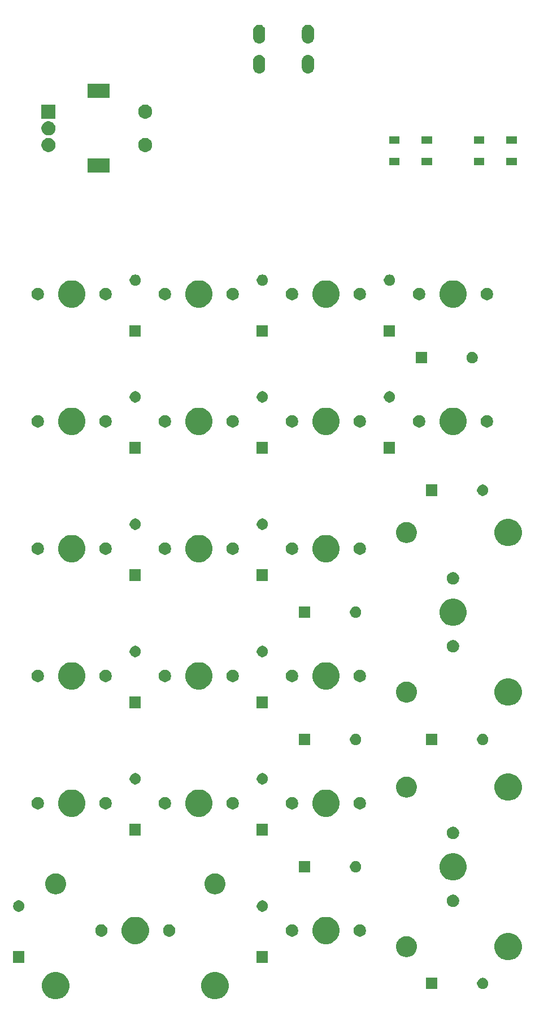
<source format=gts>
G04 #@! TF.GenerationSoftware,KiCad,Pcbnew,5.1.5-52549c5~84~ubuntu18.04.1*
G04 #@! TF.CreationDate,2020-02-13T16:35:18-05:00*
G04 #@! TF.ProjectId,metropolislefty,6d657472-6f70-46f6-9c69-736c65667479,0*
G04 #@! TF.SameCoordinates,Original*
G04 #@! TF.FileFunction,Soldermask,Top*
G04 #@! TF.FilePolarity,Negative*
%FSLAX46Y46*%
G04 Gerber Fmt 4.6, Leading zero omitted, Abs format (unit mm)*
G04 Created by KiCad (PCBNEW 5.1.5-52549c5~84~ubuntu18.04.1) date 2020-02-13 16:35:18*
%MOMM*%
%LPD*%
G04 APERTURE LIST*
%ADD10C,0.100000*%
G04 APERTURE END LIST*
D10*
G36*
X86511974Y-178849934D02*
G01*
X86729974Y-178940233D01*
X86884123Y-179004083D01*
X87219048Y-179227873D01*
X87503877Y-179512702D01*
X87727667Y-179847627D01*
X87727667Y-179847628D01*
X87881816Y-180219776D01*
X87960400Y-180614844D01*
X87960400Y-181017656D01*
X87881816Y-181412724D01*
X87791517Y-181630724D01*
X87727667Y-181784873D01*
X87503877Y-182119798D01*
X87219048Y-182404627D01*
X86884123Y-182628417D01*
X86729974Y-182692267D01*
X86511974Y-182782566D01*
X86116906Y-182861150D01*
X85714094Y-182861150D01*
X85319026Y-182782566D01*
X85101026Y-182692267D01*
X84946877Y-182628417D01*
X84611952Y-182404627D01*
X84327123Y-182119798D01*
X84103333Y-181784873D01*
X84039483Y-181630724D01*
X83949184Y-181412724D01*
X83870600Y-181017656D01*
X83870600Y-180614844D01*
X83949184Y-180219776D01*
X84103333Y-179847628D01*
X84103333Y-179847627D01*
X84327123Y-179512702D01*
X84611952Y-179227873D01*
X84946877Y-179004083D01*
X85101026Y-178940233D01*
X85319026Y-178849934D01*
X85714094Y-178771350D01*
X86116906Y-178771350D01*
X86511974Y-178849934D01*
G37*
G36*
X62635974Y-178849934D02*
G01*
X62853974Y-178940233D01*
X63008123Y-179004083D01*
X63343048Y-179227873D01*
X63627877Y-179512702D01*
X63851667Y-179847627D01*
X63851667Y-179847628D01*
X64005816Y-180219776D01*
X64084400Y-180614844D01*
X64084400Y-181017656D01*
X64005816Y-181412724D01*
X63915517Y-181630724D01*
X63851667Y-181784873D01*
X63627877Y-182119798D01*
X63343048Y-182404627D01*
X63008123Y-182628417D01*
X62853974Y-182692267D01*
X62635974Y-182782566D01*
X62240906Y-182861150D01*
X61838094Y-182861150D01*
X61443026Y-182782566D01*
X61225026Y-182692267D01*
X61070877Y-182628417D01*
X60735952Y-182404627D01*
X60451123Y-182119798D01*
X60227333Y-181784873D01*
X60163483Y-181630724D01*
X60073184Y-181412724D01*
X59994600Y-181017656D01*
X59994600Y-180614844D01*
X60073184Y-180219776D01*
X60227333Y-179847628D01*
X60227333Y-179847627D01*
X60451123Y-179512702D01*
X60735952Y-179227873D01*
X61070877Y-179004083D01*
X61225026Y-178940233D01*
X61443026Y-178849934D01*
X61838094Y-178771350D01*
X62240906Y-178771350D01*
X62635974Y-178849934D01*
G37*
G36*
X126295728Y-179680453D02*
G01*
X126450600Y-179744603D01*
X126589981Y-179837735D01*
X126708515Y-179956269D01*
X126801647Y-180095650D01*
X126865797Y-180250522D01*
X126898500Y-180414934D01*
X126898500Y-180582566D01*
X126865797Y-180746978D01*
X126801647Y-180901850D01*
X126708515Y-181041231D01*
X126589981Y-181159765D01*
X126450600Y-181252897D01*
X126295728Y-181317047D01*
X126131316Y-181349750D01*
X125963684Y-181349750D01*
X125799272Y-181317047D01*
X125644400Y-181252897D01*
X125505019Y-181159765D01*
X125386485Y-181041231D01*
X125293353Y-180901850D01*
X125229203Y-180746978D01*
X125196500Y-180582566D01*
X125196500Y-180414934D01*
X125229203Y-180250522D01*
X125293353Y-180095650D01*
X125386485Y-179956269D01*
X125505019Y-179837735D01*
X125644400Y-179744603D01*
X125799272Y-179680453D01*
X125963684Y-179647750D01*
X126131316Y-179647750D01*
X126295728Y-179680453D01*
G37*
G36*
X119278500Y-181349750D02*
G01*
X117576500Y-181349750D01*
X117576500Y-179647750D01*
X119278500Y-179647750D01*
X119278500Y-181349750D01*
G37*
G36*
X93878500Y-177381000D02*
G01*
X92176500Y-177381000D01*
X92176500Y-175679000D01*
X93878500Y-175679000D01*
X93878500Y-177381000D01*
G37*
G36*
X57366000Y-177381000D02*
G01*
X55664000Y-177381000D01*
X55664000Y-175679000D01*
X57366000Y-175679000D01*
X57366000Y-177381000D01*
G37*
G36*
X130453974Y-173007934D02*
G01*
X130671974Y-173098233D01*
X130826123Y-173162083D01*
X131161048Y-173385873D01*
X131445877Y-173670702D01*
X131669667Y-174005627D01*
X131669667Y-174005628D01*
X131823816Y-174377776D01*
X131902400Y-174772844D01*
X131902400Y-175175656D01*
X131823816Y-175570724D01*
X131761863Y-175720291D01*
X131669667Y-175942873D01*
X131445877Y-176277798D01*
X131161048Y-176562627D01*
X130826123Y-176786417D01*
X130671974Y-176850267D01*
X130453974Y-176940566D01*
X130058906Y-177019150D01*
X129656094Y-177019150D01*
X129261026Y-176940566D01*
X129043026Y-176850267D01*
X128888877Y-176786417D01*
X128553952Y-176562627D01*
X128269123Y-176277798D01*
X128045333Y-175942873D01*
X127953137Y-175720291D01*
X127891184Y-175570724D01*
X127812600Y-175175656D01*
X127812600Y-174772844D01*
X127891184Y-174377776D01*
X128045333Y-174005628D01*
X128045333Y-174005627D01*
X128269123Y-173670702D01*
X128553952Y-173385873D01*
X128888877Y-173162083D01*
X129043026Y-173098233D01*
X129261026Y-173007934D01*
X129656094Y-172929350D01*
X130058906Y-172929350D01*
X130453974Y-173007934D01*
G37*
G36*
X114924767Y-173429513D02*
G01*
X115076911Y-173459776D01*
X115195637Y-173508954D01*
X115363541Y-173578502D01*
X115363542Y-173578503D01*
X115621504Y-173750867D01*
X115840883Y-173970246D01*
X115864524Y-174005628D01*
X116013248Y-174228209D01*
X116073395Y-174373417D01*
X116131974Y-174514839D01*
X116150137Y-174606150D01*
X116192500Y-174819125D01*
X116192500Y-175129375D01*
X116131974Y-175433660D01*
X116013248Y-175720291D01*
X116013247Y-175720292D01*
X115840883Y-175978254D01*
X115621504Y-176197633D01*
X115501528Y-176277798D01*
X115363541Y-176369998D01*
X115195637Y-176439546D01*
X115076911Y-176488724D01*
X114924767Y-176518987D01*
X114772625Y-176549250D01*
X114462375Y-176549250D01*
X114310233Y-176518987D01*
X114158089Y-176488724D01*
X114039363Y-176439546D01*
X113871459Y-176369998D01*
X113733472Y-176277798D01*
X113613496Y-176197633D01*
X113394117Y-175978254D01*
X113221753Y-175720292D01*
X113221752Y-175720291D01*
X113103026Y-175433660D01*
X113042500Y-175129375D01*
X113042500Y-174819125D01*
X113084863Y-174606150D01*
X113103026Y-174514839D01*
X113161605Y-174373417D01*
X113221752Y-174228209D01*
X113370476Y-174005628D01*
X113394117Y-173970246D01*
X113613496Y-173750867D01*
X113871458Y-173578503D01*
X113871459Y-173578502D01*
X114039363Y-173508954D01*
X114158089Y-173459776D01*
X114310233Y-173429513D01*
X114462375Y-173399250D01*
X114772625Y-173399250D01*
X114924767Y-173429513D01*
G37*
G36*
X103148974Y-170594934D02*
G01*
X103366974Y-170685233D01*
X103521123Y-170749083D01*
X103856048Y-170972873D01*
X104140877Y-171257702D01*
X104364667Y-171592627D01*
X104397062Y-171670836D01*
X104518816Y-171964776D01*
X104597400Y-172359844D01*
X104597400Y-172762656D01*
X104518816Y-173157724D01*
X104467951Y-173280522D01*
X104364667Y-173529873D01*
X104140877Y-173864798D01*
X103856048Y-174149627D01*
X103521123Y-174373417D01*
X103366974Y-174437267D01*
X103148974Y-174527566D01*
X102753906Y-174606150D01*
X102351094Y-174606150D01*
X101956026Y-174527566D01*
X101738026Y-174437267D01*
X101583877Y-174373417D01*
X101248952Y-174149627D01*
X100964123Y-173864798D01*
X100740333Y-173529873D01*
X100637049Y-173280522D01*
X100586184Y-173157724D01*
X100507600Y-172762656D01*
X100507600Y-172359844D01*
X100586184Y-171964776D01*
X100707938Y-171670836D01*
X100740333Y-171592627D01*
X100964123Y-171257702D01*
X101248952Y-170972873D01*
X101583877Y-170749083D01*
X101738026Y-170685233D01*
X101956026Y-170594934D01*
X102351094Y-170516350D01*
X102753906Y-170516350D01*
X103148974Y-170594934D01*
G37*
G36*
X74573974Y-170594934D02*
G01*
X74791974Y-170685233D01*
X74946123Y-170749083D01*
X75281048Y-170972873D01*
X75565877Y-171257702D01*
X75789667Y-171592627D01*
X75822062Y-171670836D01*
X75943816Y-171964776D01*
X76022400Y-172359844D01*
X76022400Y-172762656D01*
X75943816Y-173157724D01*
X75892951Y-173280522D01*
X75789667Y-173529873D01*
X75565877Y-173864798D01*
X75281048Y-174149627D01*
X74946123Y-174373417D01*
X74791974Y-174437267D01*
X74573974Y-174527566D01*
X74178906Y-174606150D01*
X73776094Y-174606150D01*
X73381026Y-174527566D01*
X73163026Y-174437267D01*
X73008877Y-174373417D01*
X72673952Y-174149627D01*
X72389123Y-173864798D01*
X72165333Y-173529873D01*
X72062049Y-173280522D01*
X72011184Y-173157724D01*
X71932600Y-172762656D01*
X71932600Y-172359844D01*
X72011184Y-171964776D01*
X72132938Y-171670836D01*
X72165333Y-171592627D01*
X72389123Y-171257702D01*
X72673952Y-170972873D01*
X73008877Y-170749083D01*
X73163026Y-170685233D01*
X73381026Y-170594934D01*
X73776094Y-170516350D01*
X74178906Y-170516350D01*
X74573974Y-170594934D01*
G37*
G36*
X79327604Y-171670835D02*
G01*
X79496126Y-171740639D01*
X79647791Y-171841978D01*
X79776772Y-171970959D01*
X79878111Y-172122624D01*
X79947915Y-172291146D01*
X79983500Y-172470047D01*
X79983500Y-172652453D01*
X79947915Y-172831354D01*
X79878111Y-172999876D01*
X79776772Y-173151541D01*
X79647791Y-173280522D01*
X79496126Y-173381861D01*
X79327604Y-173451665D01*
X79148703Y-173487250D01*
X78966297Y-173487250D01*
X78787396Y-173451665D01*
X78618874Y-173381861D01*
X78467209Y-173280522D01*
X78338228Y-173151541D01*
X78236889Y-172999876D01*
X78167085Y-172831354D01*
X78131500Y-172652453D01*
X78131500Y-172470047D01*
X78167085Y-172291146D01*
X78236889Y-172122624D01*
X78338228Y-171970959D01*
X78467209Y-171841978D01*
X78618874Y-171740639D01*
X78787396Y-171670835D01*
X78966297Y-171635250D01*
X79148703Y-171635250D01*
X79327604Y-171670835D01*
G37*
G36*
X107902604Y-171670835D02*
G01*
X108071126Y-171740639D01*
X108222791Y-171841978D01*
X108351772Y-171970959D01*
X108453111Y-172122624D01*
X108522915Y-172291146D01*
X108558500Y-172470047D01*
X108558500Y-172652453D01*
X108522915Y-172831354D01*
X108453111Y-172999876D01*
X108351772Y-173151541D01*
X108222791Y-173280522D01*
X108071126Y-173381861D01*
X107902604Y-173451665D01*
X107723703Y-173487250D01*
X107541297Y-173487250D01*
X107362396Y-173451665D01*
X107193874Y-173381861D01*
X107042209Y-173280522D01*
X106913228Y-173151541D01*
X106811889Y-172999876D01*
X106742085Y-172831354D01*
X106706500Y-172652453D01*
X106706500Y-172470047D01*
X106742085Y-172291146D01*
X106811889Y-172122624D01*
X106913228Y-171970959D01*
X107042209Y-171841978D01*
X107193874Y-171740639D01*
X107362396Y-171670835D01*
X107541297Y-171635250D01*
X107723703Y-171635250D01*
X107902604Y-171670835D01*
G37*
G36*
X97742604Y-171670835D02*
G01*
X97911126Y-171740639D01*
X98062791Y-171841978D01*
X98191772Y-171970959D01*
X98293111Y-172122624D01*
X98362915Y-172291146D01*
X98398500Y-172470047D01*
X98398500Y-172652453D01*
X98362915Y-172831354D01*
X98293111Y-172999876D01*
X98191772Y-173151541D01*
X98062791Y-173280522D01*
X97911126Y-173381861D01*
X97742604Y-173451665D01*
X97563703Y-173487250D01*
X97381297Y-173487250D01*
X97202396Y-173451665D01*
X97033874Y-173381861D01*
X96882209Y-173280522D01*
X96753228Y-173151541D01*
X96651889Y-172999876D01*
X96582085Y-172831354D01*
X96546500Y-172652453D01*
X96546500Y-172470047D01*
X96582085Y-172291146D01*
X96651889Y-172122624D01*
X96753228Y-171970959D01*
X96882209Y-171841978D01*
X97033874Y-171740639D01*
X97202396Y-171670835D01*
X97381297Y-171635250D01*
X97563703Y-171635250D01*
X97742604Y-171670835D01*
G37*
G36*
X69167604Y-171670835D02*
G01*
X69336126Y-171740639D01*
X69487791Y-171841978D01*
X69616772Y-171970959D01*
X69718111Y-172122624D01*
X69787915Y-172291146D01*
X69823500Y-172470047D01*
X69823500Y-172652453D01*
X69787915Y-172831354D01*
X69718111Y-172999876D01*
X69616772Y-173151541D01*
X69487791Y-173280522D01*
X69336126Y-173381861D01*
X69167604Y-173451665D01*
X68988703Y-173487250D01*
X68806297Y-173487250D01*
X68627396Y-173451665D01*
X68458874Y-173381861D01*
X68307209Y-173280522D01*
X68178228Y-173151541D01*
X68076889Y-172999876D01*
X68007085Y-172831354D01*
X67971500Y-172652453D01*
X67971500Y-172470047D01*
X68007085Y-172291146D01*
X68076889Y-172122624D01*
X68178228Y-171970959D01*
X68307209Y-171841978D01*
X68458874Y-171740639D01*
X68627396Y-171670835D01*
X68806297Y-171635250D01*
X68988703Y-171635250D01*
X69167604Y-171670835D01*
G37*
G36*
X56763228Y-168091703D02*
G01*
X56918100Y-168155853D01*
X57057481Y-168248985D01*
X57176015Y-168367519D01*
X57269147Y-168506900D01*
X57333297Y-168661772D01*
X57366000Y-168826184D01*
X57366000Y-168993816D01*
X57333297Y-169158228D01*
X57269147Y-169313100D01*
X57176015Y-169452481D01*
X57057481Y-169571015D01*
X56918100Y-169664147D01*
X56763228Y-169728297D01*
X56598816Y-169761000D01*
X56431184Y-169761000D01*
X56266772Y-169728297D01*
X56111900Y-169664147D01*
X55972519Y-169571015D01*
X55853985Y-169452481D01*
X55760853Y-169313100D01*
X55696703Y-169158228D01*
X55664000Y-168993816D01*
X55664000Y-168826184D01*
X55696703Y-168661772D01*
X55760853Y-168506900D01*
X55853985Y-168367519D01*
X55972519Y-168248985D01*
X56111900Y-168155853D01*
X56266772Y-168091703D01*
X56431184Y-168059000D01*
X56598816Y-168059000D01*
X56763228Y-168091703D01*
G37*
G36*
X93275728Y-168091703D02*
G01*
X93430600Y-168155853D01*
X93569981Y-168248985D01*
X93688515Y-168367519D01*
X93781647Y-168506900D01*
X93845797Y-168661772D01*
X93878500Y-168826184D01*
X93878500Y-168993816D01*
X93845797Y-169158228D01*
X93781647Y-169313100D01*
X93688515Y-169452481D01*
X93569981Y-169571015D01*
X93430600Y-169664147D01*
X93275728Y-169728297D01*
X93111316Y-169761000D01*
X92943684Y-169761000D01*
X92779272Y-169728297D01*
X92624400Y-169664147D01*
X92485019Y-169571015D01*
X92366485Y-169452481D01*
X92273353Y-169313100D01*
X92209203Y-169158228D01*
X92176500Y-168993816D01*
X92176500Y-168826184D01*
X92209203Y-168661772D01*
X92273353Y-168506900D01*
X92366485Y-168367519D01*
X92485019Y-168248985D01*
X92624400Y-168155853D01*
X92779272Y-168091703D01*
X92943684Y-168059000D01*
X93111316Y-168059000D01*
X93275728Y-168091703D01*
G37*
G36*
X121872604Y-167225835D02*
G01*
X122041126Y-167295639D01*
X122192791Y-167396978D01*
X122321772Y-167525959D01*
X122423111Y-167677624D01*
X122492915Y-167846146D01*
X122528500Y-168025047D01*
X122528500Y-168207453D01*
X122492915Y-168386354D01*
X122423111Y-168554876D01*
X122321772Y-168706541D01*
X122192791Y-168835522D01*
X122041126Y-168936861D01*
X121872604Y-169006665D01*
X121693703Y-169042250D01*
X121511297Y-169042250D01*
X121332396Y-169006665D01*
X121163874Y-168936861D01*
X121012209Y-168835522D01*
X120883228Y-168706541D01*
X120781889Y-168554876D01*
X120712085Y-168386354D01*
X120676500Y-168207453D01*
X120676500Y-168025047D01*
X120712085Y-167846146D01*
X120781889Y-167677624D01*
X120883228Y-167525959D01*
X121012209Y-167396978D01*
X121163874Y-167295639D01*
X121332396Y-167225835D01*
X121511297Y-167190250D01*
X121693703Y-167190250D01*
X121872604Y-167225835D01*
G37*
G36*
X86374911Y-164061776D02*
G01*
X86493637Y-164110954D01*
X86661541Y-164180502D01*
X86661542Y-164180503D01*
X86919504Y-164352867D01*
X87138883Y-164572246D01*
X87254053Y-164744611D01*
X87311248Y-164830209D01*
X87429974Y-165116840D01*
X87490500Y-165421125D01*
X87490500Y-165731375D01*
X87429974Y-166035660D01*
X87311248Y-166322291D01*
X87311247Y-166322292D01*
X87138883Y-166580254D01*
X86919504Y-166799633D01*
X86747139Y-166914803D01*
X86661541Y-166971998D01*
X86493637Y-167041546D01*
X86374911Y-167090724D01*
X86222767Y-167120987D01*
X86070625Y-167151250D01*
X85760375Y-167151250D01*
X85608233Y-167120987D01*
X85456089Y-167090724D01*
X85337363Y-167041546D01*
X85169459Y-166971998D01*
X85083861Y-166914803D01*
X84911496Y-166799633D01*
X84692117Y-166580254D01*
X84519753Y-166322292D01*
X84519752Y-166322291D01*
X84401026Y-166035660D01*
X84340500Y-165731375D01*
X84340500Y-165421125D01*
X84401026Y-165116840D01*
X84519752Y-164830209D01*
X84576947Y-164744611D01*
X84692117Y-164572246D01*
X84911496Y-164352867D01*
X85169458Y-164180503D01*
X85169459Y-164180502D01*
X85337363Y-164110954D01*
X85456089Y-164061776D01*
X85760375Y-164001250D01*
X86070625Y-164001250D01*
X86374911Y-164061776D01*
G37*
G36*
X62498911Y-164061776D02*
G01*
X62617637Y-164110954D01*
X62785541Y-164180502D01*
X62785542Y-164180503D01*
X63043504Y-164352867D01*
X63262883Y-164572246D01*
X63378053Y-164744611D01*
X63435248Y-164830209D01*
X63553974Y-165116840D01*
X63614500Y-165421125D01*
X63614500Y-165731375D01*
X63553974Y-166035660D01*
X63435248Y-166322291D01*
X63435247Y-166322292D01*
X63262883Y-166580254D01*
X63043504Y-166799633D01*
X62871139Y-166914803D01*
X62785541Y-166971998D01*
X62617637Y-167041546D01*
X62498911Y-167090724D01*
X62346767Y-167120987D01*
X62194625Y-167151250D01*
X61884375Y-167151250D01*
X61732233Y-167120987D01*
X61580089Y-167090724D01*
X61461363Y-167041546D01*
X61293459Y-166971998D01*
X61207861Y-166914803D01*
X61035496Y-166799633D01*
X60816117Y-166580254D01*
X60643753Y-166322292D01*
X60643752Y-166322291D01*
X60525026Y-166035660D01*
X60464500Y-165731375D01*
X60464500Y-165421125D01*
X60525026Y-165116840D01*
X60643752Y-164830209D01*
X60700947Y-164744611D01*
X60816117Y-164572246D01*
X61035496Y-164352867D01*
X61293458Y-164180503D01*
X61293459Y-164180502D01*
X61461363Y-164110954D01*
X61580089Y-164061776D01*
X61884375Y-164001250D01*
X62194625Y-164001250D01*
X62498911Y-164061776D01*
G37*
G36*
X122198974Y-161069934D02*
G01*
X122416974Y-161160233D01*
X122571123Y-161224083D01*
X122906048Y-161447873D01*
X123190877Y-161732702D01*
X123414667Y-162067627D01*
X123414667Y-162067628D01*
X123568816Y-162439776D01*
X123647400Y-162834844D01*
X123647400Y-163237656D01*
X123568816Y-163632724D01*
X123503505Y-163790398D01*
X123414667Y-164004873D01*
X123190877Y-164339798D01*
X122906048Y-164624627D01*
X122571123Y-164848417D01*
X122416974Y-164912267D01*
X122198974Y-165002566D01*
X121803906Y-165081150D01*
X121401094Y-165081150D01*
X121006026Y-165002566D01*
X120788026Y-164912267D01*
X120633877Y-164848417D01*
X120298952Y-164624627D01*
X120014123Y-164339798D01*
X119790333Y-164004873D01*
X119701495Y-163790398D01*
X119636184Y-163632724D01*
X119557600Y-163237656D01*
X119557600Y-162834844D01*
X119636184Y-162439776D01*
X119790333Y-162067628D01*
X119790333Y-162067627D01*
X120014123Y-161732702D01*
X120298952Y-161447873D01*
X120633877Y-161224083D01*
X120788026Y-161160233D01*
X121006026Y-161069934D01*
X121401094Y-160991350D01*
X121803906Y-160991350D01*
X122198974Y-161069934D01*
G37*
G36*
X100228500Y-163887250D02*
G01*
X98526500Y-163887250D01*
X98526500Y-162185250D01*
X100228500Y-162185250D01*
X100228500Y-163887250D01*
G37*
G36*
X107245728Y-162217953D02*
G01*
X107400600Y-162282103D01*
X107539981Y-162375235D01*
X107658515Y-162493769D01*
X107751647Y-162633150D01*
X107815797Y-162788022D01*
X107848500Y-162952434D01*
X107848500Y-163120066D01*
X107815797Y-163284478D01*
X107751647Y-163439350D01*
X107658515Y-163578731D01*
X107539981Y-163697265D01*
X107400600Y-163790397D01*
X107245728Y-163854547D01*
X107081316Y-163887250D01*
X106913684Y-163887250D01*
X106749272Y-163854547D01*
X106594400Y-163790397D01*
X106455019Y-163697265D01*
X106336485Y-163578731D01*
X106243353Y-163439350D01*
X106179203Y-163284478D01*
X106146500Y-163120066D01*
X106146500Y-162952434D01*
X106179203Y-162788022D01*
X106243353Y-162633150D01*
X106336485Y-162493769D01*
X106455019Y-162375235D01*
X106594400Y-162282103D01*
X106749272Y-162217953D01*
X106913684Y-162185250D01*
X107081316Y-162185250D01*
X107245728Y-162217953D01*
G37*
G36*
X121872604Y-157065835D02*
G01*
X122041126Y-157135639D01*
X122192791Y-157236978D01*
X122321772Y-157365959D01*
X122423111Y-157517624D01*
X122492915Y-157686146D01*
X122528500Y-157865047D01*
X122528500Y-158047453D01*
X122492915Y-158226354D01*
X122423111Y-158394876D01*
X122321772Y-158546541D01*
X122192791Y-158675522D01*
X122041126Y-158776861D01*
X121872604Y-158846665D01*
X121693703Y-158882250D01*
X121511297Y-158882250D01*
X121332396Y-158846665D01*
X121163874Y-158776861D01*
X121012209Y-158675522D01*
X120883228Y-158546541D01*
X120781889Y-158394876D01*
X120712085Y-158226354D01*
X120676500Y-158047453D01*
X120676500Y-157865047D01*
X120712085Y-157686146D01*
X120781889Y-157517624D01*
X120883228Y-157365959D01*
X121012209Y-157236978D01*
X121163874Y-157135639D01*
X121332396Y-157065835D01*
X121511297Y-157030250D01*
X121693703Y-157030250D01*
X121872604Y-157065835D01*
G37*
G36*
X93878500Y-158331000D02*
G01*
X92176500Y-158331000D01*
X92176500Y-156629000D01*
X93878500Y-156629000D01*
X93878500Y-158331000D01*
G37*
G36*
X74828500Y-158331000D02*
G01*
X73126500Y-158331000D01*
X73126500Y-156629000D01*
X74828500Y-156629000D01*
X74828500Y-158331000D01*
G37*
G36*
X103148974Y-151544934D02*
G01*
X103366974Y-151635233D01*
X103521123Y-151699083D01*
X103856048Y-151922873D01*
X104140877Y-152207702D01*
X104364667Y-152542627D01*
X104424313Y-152686627D01*
X104518816Y-152914776D01*
X104597400Y-153309844D01*
X104597400Y-153712656D01*
X104518816Y-154107724D01*
X104467951Y-154230522D01*
X104364667Y-154479873D01*
X104140877Y-154814798D01*
X103856048Y-155099627D01*
X103521123Y-155323417D01*
X103366974Y-155387267D01*
X103148974Y-155477566D01*
X102753906Y-155556150D01*
X102351094Y-155556150D01*
X101956026Y-155477566D01*
X101738026Y-155387267D01*
X101583877Y-155323417D01*
X101248952Y-155099627D01*
X100964123Y-154814798D01*
X100740333Y-154479873D01*
X100637049Y-154230522D01*
X100586184Y-154107724D01*
X100507600Y-153712656D01*
X100507600Y-153309844D01*
X100586184Y-152914776D01*
X100680687Y-152686627D01*
X100740333Y-152542627D01*
X100964123Y-152207702D01*
X101248952Y-151922873D01*
X101583877Y-151699083D01*
X101738026Y-151635233D01*
X101956026Y-151544934D01*
X102351094Y-151466350D01*
X102753906Y-151466350D01*
X103148974Y-151544934D01*
G37*
G36*
X84098974Y-151544934D02*
G01*
X84316974Y-151635233D01*
X84471123Y-151699083D01*
X84806048Y-151922873D01*
X85090877Y-152207702D01*
X85314667Y-152542627D01*
X85374313Y-152686627D01*
X85468816Y-152914776D01*
X85547400Y-153309844D01*
X85547400Y-153712656D01*
X85468816Y-154107724D01*
X85417951Y-154230522D01*
X85314667Y-154479873D01*
X85090877Y-154814798D01*
X84806048Y-155099627D01*
X84471123Y-155323417D01*
X84316974Y-155387267D01*
X84098974Y-155477566D01*
X83703906Y-155556150D01*
X83301094Y-155556150D01*
X82906026Y-155477566D01*
X82688026Y-155387267D01*
X82533877Y-155323417D01*
X82198952Y-155099627D01*
X81914123Y-154814798D01*
X81690333Y-154479873D01*
X81587049Y-154230522D01*
X81536184Y-154107724D01*
X81457600Y-153712656D01*
X81457600Y-153309844D01*
X81536184Y-152914776D01*
X81630687Y-152686627D01*
X81690333Y-152542627D01*
X81914123Y-152207702D01*
X82198952Y-151922873D01*
X82533877Y-151699083D01*
X82688026Y-151635233D01*
X82906026Y-151544934D01*
X83301094Y-151466350D01*
X83703906Y-151466350D01*
X84098974Y-151544934D01*
G37*
G36*
X65048974Y-151544934D02*
G01*
X65266974Y-151635233D01*
X65421123Y-151699083D01*
X65756048Y-151922873D01*
X66040877Y-152207702D01*
X66264667Y-152542627D01*
X66324313Y-152686627D01*
X66418816Y-152914776D01*
X66497400Y-153309844D01*
X66497400Y-153712656D01*
X66418816Y-154107724D01*
X66367951Y-154230522D01*
X66264667Y-154479873D01*
X66040877Y-154814798D01*
X65756048Y-155099627D01*
X65421123Y-155323417D01*
X65266974Y-155387267D01*
X65048974Y-155477566D01*
X64653906Y-155556150D01*
X64251094Y-155556150D01*
X63856026Y-155477566D01*
X63638026Y-155387267D01*
X63483877Y-155323417D01*
X63148952Y-155099627D01*
X62864123Y-154814798D01*
X62640333Y-154479873D01*
X62537049Y-154230522D01*
X62486184Y-154107724D01*
X62407600Y-153712656D01*
X62407600Y-153309844D01*
X62486184Y-152914776D01*
X62580687Y-152686627D01*
X62640333Y-152542627D01*
X62864123Y-152207702D01*
X63148952Y-151922873D01*
X63483877Y-151699083D01*
X63638026Y-151635233D01*
X63856026Y-151544934D01*
X64251094Y-151466350D01*
X64653906Y-151466350D01*
X65048974Y-151544934D01*
G37*
G36*
X69802604Y-152620835D02*
G01*
X69971126Y-152690639D01*
X70122791Y-152791978D01*
X70251772Y-152920959D01*
X70353111Y-153072624D01*
X70422915Y-153241146D01*
X70458500Y-153420047D01*
X70458500Y-153602453D01*
X70422915Y-153781354D01*
X70353111Y-153949876D01*
X70251772Y-154101541D01*
X70122791Y-154230522D01*
X69971126Y-154331861D01*
X69802604Y-154401665D01*
X69623703Y-154437250D01*
X69441297Y-154437250D01*
X69262396Y-154401665D01*
X69093874Y-154331861D01*
X68942209Y-154230522D01*
X68813228Y-154101541D01*
X68711889Y-153949876D01*
X68642085Y-153781354D01*
X68606500Y-153602453D01*
X68606500Y-153420047D01*
X68642085Y-153241146D01*
X68711889Y-153072624D01*
X68813228Y-152920959D01*
X68942209Y-152791978D01*
X69093874Y-152690639D01*
X69262396Y-152620835D01*
X69441297Y-152585250D01*
X69623703Y-152585250D01*
X69802604Y-152620835D01*
G37*
G36*
X107902604Y-152620835D02*
G01*
X108071126Y-152690639D01*
X108222791Y-152791978D01*
X108351772Y-152920959D01*
X108453111Y-153072624D01*
X108522915Y-153241146D01*
X108558500Y-153420047D01*
X108558500Y-153602453D01*
X108522915Y-153781354D01*
X108453111Y-153949876D01*
X108351772Y-154101541D01*
X108222791Y-154230522D01*
X108071126Y-154331861D01*
X107902604Y-154401665D01*
X107723703Y-154437250D01*
X107541297Y-154437250D01*
X107362396Y-154401665D01*
X107193874Y-154331861D01*
X107042209Y-154230522D01*
X106913228Y-154101541D01*
X106811889Y-153949876D01*
X106742085Y-153781354D01*
X106706500Y-153602453D01*
X106706500Y-153420047D01*
X106742085Y-153241146D01*
X106811889Y-153072624D01*
X106913228Y-152920959D01*
X107042209Y-152791978D01*
X107193874Y-152690639D01*
X107362396Y-152620835D01*
X107541297Y-152585250D01*
X107723703Y-152585250D01*
X107902604Y-152620835D01*
G37*
G36*
X97742604Y-152620835D02*
G01*
X97911126Y-152690639D01*
X98062791Y-152791978D01*
X98191772Y-152920959D01*
X98293111Y-153072624D01*
X98362915Y-153241146D01*
X98398500Y-153420047D01*
X98398500Y-153602453D01*
X98362915Y-153781354D01*
X98293111Y-153949876D01*
X98191772Y-154101541D01*
X98062791Y-154230522D01*
X97911126Y-154331861D01*
X97742604Y-154401665D01*
X97563703Y-154437250D01*
X97381297Y-154437250D01*
X97202396Y-154401665D01*
X97033874Y-154331861D01*
X96882209Y-154230522D01*
X96753228Y-154101541D01*
X96651889Y-153949876D01*
X96582085Y-153781354D01*
X96546500Y-153602453D01*
X96546500Y-153420047D01*
X96582085Y-153241146D01*
X96651889Y-153072624D01*
X96753228Y-152920959D01*
X96882209Y-152791978D01*
X97033874Y-152690639D01*
X97202396Y-152620835D01*
X97381297Y-152585250D01*
X97563703Y-152585250D01*
X97742604Y-152620835D01*
G37*
G36*
X88852604Y-152620835D02*
G01*
X89021126Y-152690639D01*
X89172791Y-152791978D01*
X89301772Y-152920959D01*
X89403111Y-153072624D01*
X89472915Y-153241146D01*
X89508500Y-153420047D01*
X89508500Y-153602453D01*
X89472915Y-153781354D01*
X89403111Y-153949876D01*
X89301772Y-154101541D01*
X89172791Y-154230522D01*
X89021126Y-154331861D01*
X88852604Y-154401665D01*
X88673703Y-154437250D01*
X88491297Y-154437250D01*
X88312396Y-154401665D01*
X88143874Y-154331861D01*
X87992209Y-154230522D01*
X87863228Y-154101541D01*
X87761889Y-153949876D01*
X87692085Y-153781354D01*
X87656500Y-153602453D01*
X87656500Y-153420047D01*
X87692085Y-153241146D01*
X87761889Y-153072624D01*
X87863228Y-152920959D01*
X87992209Y-152791978D01*
X88143874Y-152690639D01*
X88312396Y-152620835D01*
X88491297Y-152585250D01*
X88673703Y-152585250D01*
X88852604Y-152620835D01*
G37*
G36*
X78692604Y-152620835D02*
G01*
X78861126Y-152690639D01*
X79012791Y-152791978D01*
X79141772Y-152920959D01*
X79243111Y-153072624D01*
X79312915Y-153241146D01*
X79348500Y-153420047D01*
X79348500Y-153602453D01*
X79312915Y-153781354D01*
X79243111Y-153949876D01*
X79141772Y-154101541D01*
X79012791Y-154230522D01*
X78861126Y-154331861D01*
X78692604Y-154401665D01*
X78513703Y-154437250D01*
X78331297Y-154437250D01*
X78152396Y-154401665D01*
X77983874Y-154331861D01*
X77832209Y-154230522D01*
X77703228Y-154101541D01*
X77601889Y-153949876D01*
X77532085Y-153781354D01*
X77496500Y-153602453D01*
X77496500Y-153420047D01*
X77532085Y-153241146D01*
X77601889Y-153072624D01*
X77703228Y-152920959D01*
X77832209Y-152791978D01*
X77983874Y-152690639D01*
X78152396Y-152620835D01*
X78331297Y-152585250D01*
X78513703Y-152585250D01*
X78692604Y-152620835D01*
G37*
G36*
X59642604Y-152620835D02*
G01*
X59811126Y-152690639D01*
X59962791Y-152791978D01*
X60091772Y-152920959D01*
X60193111Y-153072624D01*
X60262915Y-153241146D01*
X60298500Y-153420047D01*
X60298500Y-153602453D01*
X60262915Y-153781354D01*
X60193111Y-153949876D01*
X60091772Y-154101541D01*
X59962791Y-154230522D01*
X59811126Y-154331861D01*
X59642604Y-154401665D01*
X59463703Y-154437250D01*
X59281297Y-154437250D01*
X59102396Y-154401665D01*
X58933874Y-154331861D01*
X58782209Y-154230522D01*
X58653228Y-154101541D01*
X58551889Y-153949876D01*
X58482085Y-153781354D01*
X58446500Y-153602453D01*
X58446500Y-153420047D01*
X58482085Y-153241146D01*
X58551889Y-153072624D01*
X58653228Y-152920959D01*
X58782209Y-152791978D01*
X58933874Y-152690639D01*
X59102396Y-152620835D01*
X59281297Y-152585250D01*
X59463703Y-152585250D01*
X59642604Y-152620835D01*
G37*
G36*
X130453974Y-149131934D02*
G01*
X130615849Y-149198985D01*
X130826123Y-149286083D01*
X131161048Y-149509873D01*
X131445877Y-149794702D01*
X131669667Y-150129627D01*
X131669667Y-150129628D01*
X131823816Y-150501776D01*
X131902400Y-150896844D01*
X131902400Y-151299656D01*
X131823816Y-151694724D01*
X131822010Y-151699083D01*
X131669667Y-152066873D01*
X131445877Y-152401798D01*
X131161048Y-152686627D01*
X130826123Y-152910417D01*
X130671974Y-152974267D01*
X130453974Y-153064566D01*
X130058906Y-153143150D01*
X129656094Y-153143150D01*
X129261026Y-153064566D01*
X129043026Y-152974267D01*
X128888877Y-152910417D01*
X128553952Y-152686627D01*
X128269123Y-152401798D01*
X128045333Y-152066873D01*
X127892990Y-151699083D01*
X127891184Y-151694724D01*
X127812600Y-151299656D01*
X127812600Y-150896844D01*
X127891184Y-150501776D01*
X128045333Y-150129628D01*
X128045333Y-150129627D01*
X128269123Y-149794702D01*
X128553952Y-149509873D01*
X128888877Y-149286083D01*
X129099151Y-149198985D01*
X129261026Y-149131934D01*
X129656094Y-149053350D01*
X130058906Y-149053350D01*
X130453974Y-149131934D01*
G37*
G36*
X115076911Y-149583776D02*
G01*
X115144499Y-149611772D01*
X115363541Y-149702502D01*
X115363542Y-149702503D01*
X115621504Y-149874867D01*
X115840883Y-150094246D01*
X115864524Y-150129628D01*
X116013248Y-150352209D01*
X116034071Y-150402481D01*
X116131974Y-150638839D01*
X116192500Y-150943126D01*
X116192500Y-151253374D01*
X116134506Y-151544934D01*
X116131974Y-151557660D01*
X116013248Y-151844291D01*
X116013247Y-151844292D01*
X115840883Y-152102254D01*
X115621504Y-152321633D01*
X115501528Y-152401798D01*
X115363541Y-152493998D01*
X115246137Y-152542628D01*
X115076911Y-152612724D01*
X114924767Y-152642987D01*
X114772625Y-152673250D01*
X114462375Y-152673250D01*
X114310233Y-152642987D01*
X114158089Y-152612724D01*
X113988863Y-152542628D01*
X113871459Y-152493998D01*
X113733472Y-152401798D01*
X113613496Y-152321633D01*
X113394117Y-152102254D01*
X113221753Y-151844292D01*
X113221752Y-151844291D01*
X113103026Y-151557660D01*
X113100495Y-151544934D01*
X113042500Y-151253374D01*
X113042500Y-150943126D01*
X113103026Y-150638839D01*
X113200929Y-150402481D01*
X113221752Y-150352209D01*
X113370476Y-150129628D01*
X113394117Y-150094246D01*
X113613496Y-149874867D01*
X113871458Y-149702503D01*
X113871459Y-149702502D01*
X114090501Y-149611772D01*
X114158089Y-149583776D01*
X114462375Y-149523250D01*
X114772625Y-149523250D01*
X115076911Y-149583776D01*
G37*
G36*
X74225728Y-149041703D02*
G01*
X74380600Y-149105853D01*
X74519981Y-149198985D01*
X74638515Y-149317519D01*
X74731647Y-149456900D01*
X74795797Y-149611772D01*
X74828500Y-149776184D01*
X74828500Y-149943816D01*
X74795797Y-150108228D01*
X74731647Y-150263100D01*
X74638515Y-150402481D01*
X74519981Y-150521015D01*
X74380600Y-150614147D01*
X74225728Y-150678297D01*
X74061316Y-150711000D01*
X73893684Y-150711000D01*
X73729272Y-150678297D01*
X73574400Y-150614147D01*
X73435019Y-150521015D01*
X73316485Y-150402481D01*
X73223353Y-150263100D01*
X73159203Y-150108228D01*
X73126500Y-149943816D01*
X73126500Y-149776184D01*
X73159203Y-149611772D01*
X73223353Y-149456900D01*
X73316485Y-149317519D01*
X73435019Y-149198985D01*
X73574400Y-149105853D01*
X73729272Y-149041703D01*
X73893684Y-149009000D01*
X74061316Y-149009000D01*
X74225728Y-149041703D01*
G37*
G36*
X93275728Y-149041703D02*
G01*
X93430600Y-149105853D01*
X93569981Y-149198985D01*
X93688515Y-149317519D01*
X93781647Y-149456900D01*
X93845797Y-149611772D01*
X93878500Y-149776184D01*
X93878500Y-149943816D01*
X93845797Y-150108228D01*
X93781647Y-150263100D01*
X93688515Y-150402481D01*
X93569981Y-150521015D01*
X93430600Y-150614147D01*
X93275728Y-150678297D01*
X93111316Y-150711000D01*
X92943684Y-150711000D01*
X92779272Y-150678297D01*
X92624400Y-150614147D01*
X92485019Y-150521015D01*
X92366485Y-150402481D01*
X92273353Y-150263100D01*
X92209203Y-150108228D01*
X92176500Y-149943816D01*
X92176500Y-149776184D01*
X92209203Y-149611772D01*
X92273353Y-149456900D01*
X92366485Y-149317519D01*
X92485019Y-149198985D01*
X92624400Y-149105853D01*
X92779272Y-149041703D01*
X92943684Y-149009000D01*
X93111316Y-149009000D01*
X93275728Y-149041703D01*
G37*
G36*
X100228500Y-144837250D02*
G01*
X98526500Y-144837250D01*
X98526500Y-143135250D01*
X100228500Y-143135250D01*
X100228500Y-144837250D01*
G37*
G36*
X126295728Y-143167953D02*
G01*
X126450600Y-143232103D01*
X126589981Y-143325235D01*
X126708515Y-143443769D01*
X126801647Y-143583150D01*
X126865797Y-143738022D01*
X126898500Y-143902434D01*
X126898500Y-144070066D01*
X126865797Y-144234478D01*
X126801647Y-144389350D01*
X126708515Y-144528731D01*
X126589981Y-144647265D01*
X126450600Y-144740397D01*
X126295728Y-144804547D01*
X126131316Y-144837250D01*
X125963684Y-144837250D01*
X125799272Y-144804547D01*
X125644400Y-144740397D01*
X125505019Y-144647265D01*
X125386485Y-144528731D01*
X125293353Y-144389350D01*
X125229203Y-144234478D01*
X125196500Y-144070066D01*
X125196500Y-143902434D01*
X125229203Y-143738022D01*
X125293353Y-143583150D01*
X125386485Y-143443769D01*
X125505019Y-143325235D01*
X125644400Y-143232103D01*
X125799272Y-143167953D01*
X125963684Y-143135250D01*
X126131316Y-143135250D01*
X126295728Y-143167953D01*
G37*
G36*
X119278500Y-144837250D02*
G01*
X117576500Y-144837250D01*
X117576500Y-143135250D01*
X119278500Y-143135250D01*
X119278500Y-144837250D01*
G37*
G36*
X107245728Y-143167953D02*
G01*
X107400600Y-143232103D01*
X107539981Y-143325235D01*
X107658515Y-143443769D01*
X107751647Y-143583150D01*
X107815797Y-143738022D01*
X107848500Y-143902434D01*
X107848500Y-144070066D01*
X107815797Y-144234478D01*
X107751647Y-144389350D01*
X107658515Y-144528731D01*
X107539981Y-144647265D01*
X107400600Y-144740397D01*
X107245728Y-144804547D01*
X107081316Y-144837250D01*
X106913684Y-144837250D01*
X106749272Y-144804547D01*
X106594400Y-144740397D01*
X106455019Y-144647265D01*
X106336485Y-144528731D01*
X106243353Y-144389350D01*
X106179203Y-144234478D01*
X106146500Y-144070066D01*
X106146500Y-143902434D01*
X106179203Y-143738022D01*
X106243353Y-143583150D01*
X106336485Y-143443769D01*
X106455019Y-143325235D01*
X106594400Y-143232103D01*
X106749272Y-143167953D01*
X106913684Y-143135250D01*
X107081316Y-143135250D01*
X107245728Y-143167953D01*
G37*
G36*
X74828500Y-139281000D02*
G01*
X73126500Y-139281000D01*
X73126500Y-137579000D01*
X74828500Y-137579000D01*
X74828500Y-139281000D01*
G37*
G36*
X93878500Y-139281000D02*
G01*
X92176500Y-139281000D01*
X92176500Y-137579000D01*
X93878500Y-137579000D01*
X93878500Y-139281000D01*
G37*
G36*
X130453974Y-134907934D02*
G01*
X130671974Y-134998233D01*
X130826123Y-135062083D01*
X131161048Y-135285873D01*
X131445877Y-135570702D01*
X131669667Y-135905627D01*
X131669667Y-135905628D01*
X131823816Y-136277776D01*
X131902400Y-136672844D01*
X131902400Y-137075656D01*
X131823816Y-137470724D01*
X131761863Y-137620291D01*
X131669667Y-137842873D01*
X131445877Y-138177798D01*
X131161048Y-138462627D01*
X130826123Y-138686417D01*
X130671974Y-138750267D01*
X130453974Y-138840566D01*
X130058906Y-138919150D01*
X129656094Y-138919150D01*
X129261026Y-138840566D01*
X129043026Y-138750267D01*
X128888877Y-138686417D01*
X128553952Y-138462627D01*
X128269123Y-138177798D01*
X128045333Y-137842873D01*
X127953137Y-137620291D01*
X127891184Y-137470724D01*
X127812600Y-137075656D01*
X127812600Y-136672844D01*
X127891184Y-136277776D01*
X128045333Y-135905628D01*
X128045333Y-135905627D01*
X128269123Y-135570702D01*
X128553952Y-135285873D01*
X128888877Y-135062083D01*
X129043026Y-134998233D01*
X129261026Y-134907934D01*
X129656094Y-134829350D01*
X130058906Y-134829350D01*
X130453974Y-134907934D01*
G37*
G36*
X114924767Y-135329513D02*
G01*
X115076911Y-135359776D01*
X115195637Y-135408954D01*
X115363541Y-135478502D01*
X115363542Y-135478503D01*
X115621504Y-135650867D01*
X115840883Y-135870246D01*
X115864524Y-135905628D01*
X116013248Y-136128209D01*
X116073395Y-136273417D01*
X116131974Y-136414839D01*
X116150137Y-136506150D01*
X116192500Y-136719125D01*
X116192500Y-137029375D01*
X116131974Y-137333660D01*
X116013248Y-137620291D01*
X116013247Y-137620292D01*
X115840883Y-137878254D01*
X115621504Y-138097633D01*
X115501528Y-138177798D01*
X115363541Y-138269998D01*
X115195637Y-138339546D01*
X115076911Y-138388724D01*
X114772625Y-138449250D01*
X114462375Y-138449250D01*
X114158089Y-138388724D01*
X114039363Y-138339546D01*
X113871459Y-138269998D01*
X113733472Y-138177798D01*
X113613496Y-138097633D01*
X113394117Y-137878254D01*
X113221753Y-137620292D01*
X113221752Y-137620291D01*
X113103026Y-137333660D01*
X113042500Y-137029375D01*
X113042500Y-136719125D01*
X113084863Y-136506150D01*
X113103026Y-136414839D01*
X113161605Y-136273417D01*
X113221752Y-136128209D01*
X113370476Y-135905628D01*
X113394117Y-135870246D01*
X113613496Y-135650867D01*
X113871458Y-135478503D01*
X113871459Y-135478502D01*
X114039363Y-135408954D01*
X114158089Y-135359776D01*
X114310233Y-135329513D01*
X114462375Y-135299250D01*
X114772625Y-135299250D01*
X114924767Y-135329513D01*
G37*
G36*
X103148974Y-132494934D02*
G01*
X103366974Y-132585233D01*
X103521123Y-132649083D01*
X103856048Y-132872873D01*
X104140877Y-133157702D01*
X104364667Y-133492627D01*
X104397062Y-133570836D01*
X104518816Y-133864776D01*
X104597400Y-134259844D01*
X104597400Y-134662656D01*
X104518816Y-135057724D01*
X104467951Y-135180522D01*
X104364667Y-135429873D01*
X104140877Y-135764798D01*
X103856048Y-136049627D01*
X103521123Y-136273417D01*
X103366974Y-136337267D01*
X103148974Y-136427566D01*
X102753906Y-136506150D01*
X102351094Y-136506150D01*
X101956026Y-136427566D01*
X101738026Y-136337267D01*
X101583877Y-136273417D01*
X101248952Y-136049627D01*
X100964123Y-135764798D01*
X100740333Y-135429873D01*
X100637049Y-135180522D01*
X100586184Y-135057724D01*
X100507600Y-134662656D01*
X100507600Y-134259844D01*
X100586184Y-133864776D01*
X100707938Y-133570836D01*
X100740333Y-133492627D01*
X100964123Y-133157702D01*
X101248952Y-132872873D01*
X101583877Y-132649083D01*
X101738026Y-132585233D01*
X101956026Y-132494934D01*
X102351094Y-132416350D01*
X102753906Y-132416350D01*
X103148974Y-132494934D01*
G37*
G36*
X84098974Y-132494934D02*
G01*
X84316974Y-132585233D01*
X84471123Y-132649083D01*
X84806048Y-132872873D01*
X85090877Y-133157702D01*
X85314667Y-133492627D01*
X85347062Y-133570836D01*
X85468816Y-133864776D01*
X85547400Y-134259844D01*
X85547400Y-134662656D01*
X85468816Y-135057724D01*
X85417951Y-135180522D01*
X85314667Y-135429873D01*
X85090877Y-135764798D01*
X84806048Y-136049627D01*
X84471123Y-136273417D01*
X84316974Y-136337267D01*
X84098974Y-136427566D01*
X83703906Y-136506150D01*
X83301094Y-136506150D01*
X82906026Y-136427566D01*
X82688026Y-136337267D01*
X82533877Y-136273417D01*
X82198952Y-136049627D01*
X81914123Y-135764798D01*
X81690333Y-135429873D01*
X81587049Y-135180522D01*
X81536184Y-135057724D01*
X81457600Y-134662656D01*
X81457600Y-134259844D01*
X81536184Y-133864776D01*
X81657938Y-133570836D01*
X81690333Y-133492627D01*
X81914123Y-133157702D01*
X82198952Y-132872873D01*
X82533877Y-132649083D01*
X82688026Y-132585233D01*
X82906026Y-132494934D01*
X83301094Y-132416350D01*
X83703906Y-132416350D01*
X84098974Y-132494934D01*
G37*
G36*
X65048974Y-132494934D02*
G01*
X65266974Y-132585233D01*
X65421123Y-132649083D01*
X65756048Y-132872873D01*
X66040877Y-133157702D01*
X66264667Y-133492627D01*
X66297062Y-133570836D01*
X66418816Y-133864776D01*
X66497400Y-134259844D01*
X66497400Y-134662656D01*
X66418816Y-135057724D01*
X66367951Y-135180522D01*
X66264667Y-135429873D01*
X66040877Y-135764798D01*
X65756048Y-136049627D01*
X65421123Y-136273417D01*
X65266974Y-136337267D01*
X65048974Y-136427566D01*
X64653906Y-136506150D01*
X64251094Y-136506150D01*
X63856026Y-136427566D01*
X63638026Y-136337267D01*
X63483877Y-136273417D01*
X63148952Y-136049627D01*
X62864123Y-135764798D01*
X62640333Y-135429873D01*
X62537049Y-135180522D01*
X62486184Y-135057724D01*
X62407600Y-134662656D01*
X62407600Y-134259844D01*
X62486184Y-133864776D01*
X62607938Y-133570836D01*
X62640333Y-133492627D01*
X62864123Y-133157702D01*
X63148952Y-132872873D01*
X63483877Y-132649083D01*
X63638026Y-132585233D01*
X63856026Y-132494934D01*
X64251094Y-132416350D01*
X64653906Y-132416350D01*
X65048974Y-132494934D01*
G37*
G36*
X59642604Y-133570835D02*
G01*
X59811126Y-133640639D01*
X59962791Y-133741978D01*
X60091772Y-133870959D01*
X60193111Y-134022624D01*
X60262915Y-134191146D01*
X60298500Y-134370047D01*
X60298500Y-134552453D01*
X60262915Y-134731354D01*
X60193111Y-134899876D01*
X60091772Y-135051541D01*
X59962791Y-135180522D01*
X59811126Y-135281861D01*
X59642604Y-135351665D01*
X59463703Y-135387250D01*
X59281297Y-135387250D01*
X59102396Y-135351665D01*
X58933874Y-135281861D01*
X58782209Y-135180522D01*
X58653228Y-135051541D01*
X58551889Y-134899876D01*
X58482085Y-134731354D01*
X58446500Y-134552453D01*
X58446500Y-134370047D01*
X58482085Y-134191146D01*
X58551889Y-134022624D01*
X58653228Y-133870959D01*
X58782209Y-133741978D01*
X58933874Y-133640639D01*
X59102396Y-133570835D01*
X59281297Y-133535250D01*
X59463703Y-133535250D01*
X59642604Y-133570835D01*
G37*
G36*
X69802604Y-133570835D02*
G01*
X69971126Y-133640639D01*
X70122791Y-133741978D01*
X70251772Y-133870959D01*
X70353111Y-134022624D01*
X70422915Y-134191146D01*
X70458500Y-134370047D01*
X70458500Y-134552453D01*
X70422915Y-134731354D01*
X70353111Y-134899876D01*
X70251772Y-135051541D01*
X70122791Y-135180522D01*
X69971126Y-135281861D01*
X69802604Y-135351665D01*
X69623703Y-135387250D01*
X69441297Y-135387250D01*
X69262396Y-135351665D01*
X69093874Y-135281861D01*
X68942209Y-135180522D01*
X68813228Y-135051541D01*
X68711889Y-134899876D01*
X68642085Y-134731354D01*
X68606500Y-134552453D01*
X68606500Y-134370047D01*
X68642085Y-134191146D01*
X68711889Y-134022624D01*
X68813228Y-133870959D01*
X68942209Y-133741978D01*
X69093874Y-133640639D01*
X69262396Y-133570835D01*
X69441297Y-133535250D01*
X69623703Y-133535250D01*
X69802604Y-133570835D01*
G37*
G36*
X88852604Y-133570835D02*
G01*
X89021126Y-133640639D01*
X89172791Y-133741978D01*
X89301772Y-133870959D01*
X89403111Y-134022624D01*
X89472915Y-134191146D01*
X89508500Y-134370047D01*
X89508500Y-134552453D01*
X89472915Y-134731354D01*
X89403111Y-134899876D01*
X89301772Y-135051541D01*
X89172791Y-135180522D01*
X89021126Y-135281861D01*
X88852604Y-135351665D01*
X88673703Y-135387250D01*
X88491297Y-135387250D01*
X88312396Y-135351665D01*
X88143874Y-135281861D01*
X87992209Y-135180522D01*
X87863228Y-135051541D01*
X87761889Y-134899876D01*
X87692085Y-134731354D01*
X87656500Y-134552453D01*
X87656500Y-134370047D01*
X87692085Y-134191146D01*
X87761889Y-134022624D01*
X87863228Y-133870959D01*
X87992209Y-133741978D01*
X88143874Y-133640639D01*
X88312396Y-133570835D01*
X88491297Y-133535250D01*
X88673703Y-133535250D01*
X88852604Y-133570835D01*
G37*
G36*
X97742604Y-133570835D02*
G01*
X97911126Y-133640639D01*
X98062791Y-133741978D01*
X98191772Y-133870959D01*
X98293111Y-134022624D01*
X98362915Y-134191146D01*
X98398500Y-134370047D01*
X98398500Y-134552453D01*
X98362915Y-134731354D01*
X98293111Y-134899876D01*
X98191772Y-135051541D01*
X98062791Y-135180522D01*
X97911126Y-135281861D01*
X97742604Y-135351665D01*
X97563703Y-135387250D01*
X97381297Y-135387250D01*
X97202396Y-135351665D01*
X97033874Y-135281861D01*
X96882209Y-135180522D01*
X96753228Y-135051541D01*
X96651889Y-134899876D01*
X96582085Y-134731354D01*
X96546500Y-134552453D01*
X96546500Y-134370047D01*
X96582085Y-134191146D01*
X96651889Y-134022624D01*
X96753228Y-133870959D01*
X96882209Y-133741978D01*
X97033874Y-133640639D01*
X97202396Y-133570835D01*
X97381297Y-133535250D01*
X97563703Y-133535250D01*
X97742604Y-133570835D01*
G37*
G36*
X107902604Y-133570835D02*
G01*
X108071126Y-133640639D01*
X108222791Y-133741978D01*
X108351772Y-133870959D01*
X108453111Y-134022624D01*
X108522915Y-134191146D01*
X108558500Y-134370047D01*
X108558500Y-134552453D01*
X108522915Y-134731354D01*
X108453111Y-134899876D01*
X108351772Y-135051541D01*
X108222791Y-135180522D01*
X108071126Y-135281861D01*
X107902604Y-135351665D01*
X107723703Y-135387250D01*
X107541297Y-135387250D01*
X107362396Y-135351665D01*
X107193874Y-135281861D01*
X107042209Y-135180522D01*
X106913228Y-135051541D01*
X106811889Y-134899876D01*
X106742085Y-134731354D01*
X106706500Y-134552453D01*
X106706500Y-134370047D01*
X106742085Y-134191146D01*
X106811889Y-134022624D01*
X106913228Y-133870959D01*
X107042209Y-133741978D01*
X107193874Y-133640639D01*
X107362396Y-133570835D01*
X107541297Y-133535250D01*
X107723703Y-133535250D01*
X107902604Y-133570835D01*
G37*
G36*
X78692604Y-133570835D02*
G01*
X78861126Y-133640639D01*
X79012791Y-133741978D01*
X79141772Y-133870959D01*
X79243111Y-134022624D01*
X79312915Y-134191146D01*
X79348500Y-134370047D01*
X79348500Y-134552453D01*
X79312915Y-134731354D01*
X79243111Y-134899876D01*
X79141772Y-135051541D01*
X79012791Y-135180522D01*
X78861126Y-135281861D01*
X78692604Y-135351665D01*
X78513703Y-135387250D01*
X78331297Y-135387250D01*
X78152396Y-135351665D01*
X77983874Y-135281861D01*
X77832209Y-135180522D01*
X77703228Y-135051541D01*
X77601889Y-134899876D01*
X77532085Y-134731354D01*
X77496500Y-134552453D01*
X77496500Y-134370047D01*
X77532085Y-134191146D01*
X77601889Y-134022624D01*
X77703228Y-133870959D01*
X77832209Y-133741978D01*
X77983874Y-133640639D01*
X78152396Y-133570835D01*
X78331297Y-133535250D01*
X78513703Y-133535250D01*
X78692604Y-133570835D01*
G37*
G36*
X74225728Y-129991703D02*
G01*
X74380600Y-130055853D01*
X74519981Y-130148985D01*
X74638515Y-130267519D01*
X74731647Y-130406900D01*
X74795797Y-130561772D01*
X74828500Y-130726184D01*
X74828500Y-130893816D01*
X74795797Y-131058228D01*
X74731647Y-131213100D01*
X74638515Y-131352481D01*
X74519981Y-131471015D01*
X74380600Y-131564147D01*
X74225728Y-131628297D01*
X74061316Y-131661000D01*
X73893684Y-131661000D01*
X73729272Y-131628297D01*
X73574400Y-131564147D01*
X73435019Y-131471015D01*
X73316485Y-131352481D01*
X73223353Y-131213100D01*
X73159203Y-131058228D01*
X73126500Y-130893816D01*
X73126500Y-130726184D01*
X73159203Y-130561772D01*
X73223353Y-130406900D01*
X73316485Y-130267519D01*
X73435019Y-130148985D01*
X73574400Y-130055853D01*
X73729272Y-129991703D01*
X73893684Y-129959000D01*
X74061316Y-129959000D01*
X74225728Y-129991703D01*
G37*
G36*
X93275728Y-129991703D02*
G01*
X93430600Y-130055853D01*
X93569981Y-130148985D01*
X93688515Y-130267519D01*
X93781647Y-130406900D01*
X93845797Y-130561772D01*
X93878500Y-130726184D01*
X93878500Y-130893816D01*
X93845797Y-131058228D01*
X93781647Y-131213100D01*
X93688515Y-131352481D01*
X93569981Y-131471015D01*
X93430600Y-131564147D01*
X93275728Y-131628297D01*
X93111316Y-131661000D01*
X92943684Y-131661000D01*
X92779272Y-131628297D01*
X92624400Y-131564147D01*
X92485019Y-131471015D01*
X92366485Y-131352481D01*
X92273353Y-131213100D01*
X92209203Y-131058228D01*
X92176500Y-130893816D01*
X92176500Y-130726184D01*
X92209203Y-130561772D01*
X92273353Y-130406900D01*
X92366485Y-130267519D01*
X92485019Y-130148985D01*
X92624400Y-130055853D01*
X92779272Y-129991703D01*
X92943684Y-129959000D01*
X93111316Y-129959000D01*
X93275728Y-129991703D01*
G37*
G36*
X121872604Y-129125835D02*
G01*
X122041126Y-129195639D01*
X122192791Y-129296978D01*
X122321772Y-129425959D01*
X122423111Y-129577624D01*
X122492915Y-129746146D01*
X122528500Y-129925047D01*
X122528500Y-130107453D01*
X122492915Y-130286354D01*
X122423111Y-130454876D01*
X122321772Y-130606541D01*
X122192791Y-130735522D01*
X122041126Y-130836861D01*
X121872604Y-130906665D01*
X121693703Y-130942250D01*
X121511297Y-130942250D01*
X121332396Y-130906665D01*
X121163874Y-130836861D01*
X121012209Y-130735522D01*
X120883228Y-130606541D01*
X120781889Y-130454876D01*
X120712085Y-130286354D01*
X120676500Y-130107453D01*
X120676500Y-129925047D01*
X120712085Y-129746146D01*
X120781889Y-129577624D01*
X120883228Y-129425959D01*
X121012209Y-129296978D01*
X121163874Y-129195639D01*
X121332396Y-129125835D01*
X121511297Y-129090250D01*
X121693703Y-129090250D01*
X121872604Y-129125835D01*
G37*
G36*
X122198974Y-122969934D02*
G01*
X122416974Y-123060233D01*
X122571123Y-123124083D01*
X122906048Y-123347873D01*
X123190877Y-123632702D01*
X123414667Y-123967627D01*
X123414667Y-123967628D01*
X123568816Y-124339776D01*
X123647400Y-124734844D01*
X123647400Y-125137656D01*
X123568816Y-125532724D01*
X123503505Y-125690398D01*
X123414667Y-125904873D01*
X123190877Y-126239798D01*
X122906048Y-126524627D01*
X122571123Y-126748417D01*
X122416974Y-126812267D01*
X122198974Y-126902566D01*
X121803906Y-126981150D01*
X121401094Y-126981150D01*
X121006026Y-126902566D01*
X120788026Y-126812267D01*
X120633877Y-126748417D01*
X120298952Y-126524627D01*
X120014123Y-126239798D01*
X119790333Y-125904873D01*
X119701495Y-125690398D01*
X119636184Y-125532724D01*
X119557600Y-125137656D01*
X119557600Y-124734844D01*
X119636184Y-124339776D01*
X119790333Y-123967628D01*
X119790333Y-123967627D01*
X120014123Y-123632702D01*
X120298952Y-123347873D01*
X120633877Y-123124083D01*
X120788026Y-123060233D01*
X121006026Y-122969934D01*
X121401094Y-122891350D01*
X121803906Y-122891350D01*
X122198974Y-122969934D01*
G37*
G36*
X107245728Y-124117953D02*
G01*
X107400600Y-124182103D01*
X107539981Y-124275235D01*
X107658515Y-124393769D01*
X107751647Y-124533150D01*
X107815797Y-124688022D01*
X107848500Y-124852434D01*
X107848500Y-125020066D01*
X107815797Y-125184478D01*
X107751647Y-125339350D01*
X107658515Y-125478731D01*
X107539981Y-125597265D01*
X107400600Y-125690397D01*
X107245728Y-125754547D01*
X107081316Y-125787250D01*
X106913684Y-125787250D01*
X106749272Y-125754547D01*
X106594400Y-125690397D01*
X106455019Y-125597265D01*
X106336485Y-125478731D01*
X106243353Y-125339350D01*
X106179203Y-125184478D01*
X106146500Y-125020066D01*
X106146500Y-124852434D01*
X106179203Y-124688022D01*
X106243353Y-124533150D01*
X106336485Y-124393769D01*
X106455019Y-124275235D01*
X106594400Y-124182103D01*
X106749272Y-124117953D01*
X106913684Y-124085250D01*
X107081316Y-124085250D01*
X107245728Y-124117953D01*
G37*
G36*
X100228500Y-125787250D02*
G01*
X98526500Y-125787250D01*
X98526500Y-124085250D01*
X100228500Y-124085250D01*
X100228500Y-125787250D01*
G37*
G36*
X121872604Y-118965835D02*
G01*
X122041126Y-119035639D01*
X122192791Y-119136978D01*
X122321772Y-119265959D01*
X122423111Y-119417624D01*
X122492915Y-119586146D01*
X122528500Y-119765047D01*
X122528500Y-119947453D01*
X122492915Y-120126354D01*
X122423111Y-120294876D01*
X122321772Y-120446541D01*
X122192791Y-120575522D01*
X122041126Y-120676861D01*
X121872604Y-120746665D01*
X121693703Y-120782250D01*
X121511297Y-120782250D01*
X121332396Y-120746665D01*
X121163874Y-120676861D01*
X121012209Y-120575522D01*
X120883228Y-120446541D01*
X120781889Y-120294876D01*
X120712085Y-120126354D01*
X120676500Y-119947453D01*
X120676500Y-119765047D01*
X120712085Y-119586146D01*
X120781889Y-119417624D01*
X120883228Y-119265959D01*
X121012209Y-119136978D01*
X121163874Y-119035639D01*
X121332396Y-118965835D01*
X121511297Y-118930250D01*
X121693703Y-118930250D01*
X121872604Y-118965835D01*
G37*
G36*
X74828500Y-120231000D02*
G01*
X73126500Y-120231000D01*
X73126500Y-118529000D01*
X74828500Y-118529000D01*
X74828500Y-120231000D01*
G37*
G36*
X93878500Y-120231000D02*
G01*
X92176500Y-120231000D01*
X92176500Y-118529000D01*
X93878500Y-118529000D01*
X93878500Y-120231000D01*
G37*
G36*
X65048974Y-113444934D02*
G01*
X65266974Y-113535233D01*
X65421123Y-113599083D01*
X65756048Y-113822873D01*
X66040877Y-114107702D01*
X66264667Y-114442627D01*
X66324313Y-114586627D01*
X66418816Y-114814776D01*
X66497400Y-115209844D01*
X66497400Y-115612656D01*
X66418816Y-116007724D01*
X66367951Y-116130522D01*
X66264667Y-116379873D01*
X66040877Y-116714798D01*
X65756048Y-116999627D01*
X65421123Y-117223417D01*
X65266974Y-117287267D01*
X65048974Y-117377566D01*
X64653906Y-117456150D01*
X64251094Y-117456150D01*
X63856026Y-117377566D01*
X63638026Y-117287267D01*
X63483877Y-117223417D01*
X63148952Y-116999627D01*
X62864123Y-116714798D01*
X62640333Y-116379873D01*
X62537049Y-116130522D01*
X62486184Y-116007724D01*
X62407600Y-115612656D01*
X62407600Y-115209844D01*
X62486184Y-114814776D01*
X62580687Y-114586627D01*
X62640333Y-114442627D01*
X62864123Y-114107702D01*
X63148952Y-113822873D01*
X63483877Y-113599083D01*
X63638026Y-113535233D01*
X63856026Y-113444934D01*
X64251094Y-113366350D01*
X64653906Y-113366350D01*
X65048974Y-113444934D01*
G37*
G36*
X84098974Y-113444934D02*
G01*
X84316974Y-113535233D01*
X84471123Y-113599083D01*
X84806048Y-113822873D01*
X85090877Y-114107702D01*
X85314667Y-114442627D01*
X85374313Y-114586627D01*
X85468816Y-114814776D01*
X85547400Y-115209844D01*
X85547400Y-115612656D01*
X85468816Y-116007724D01*
X85417951Y-116130522D01*
X85314667Y-116379873D01*
X85090877Y-116714798D01*
X84806048Y-116999627D01*
X84471123Y-117223417D01*
X84316974Y-117287267D01*
X84098974Y-117377566D01*
X83703906Y-117456150D01*
X83301094Y-117456150D01*
X82906026Y-117377566D01*
X82688026Y-117287267D01*
X82533877Y-117223417D01*
X82198952Y-116999627D01*
X81914123Y-116714798D01*
X81690333Y-116379873D01*
X81587049Y-116130522D01*
X81536184Y-116007724D01*
X81457600Y-115612656D01*
X81457600Y-115209844D01*
X81536184Y-114814776D01*
X81630687Y-114586627D01*
X81690333Y-114442627D01*
X81914123Y-114107702D01*
X82198952Y-113822873D01*
X82533877Y-113599083D01*
X82688026Y-113535233D01*
X82906026Y-113444934D01*
X83301094Y-113366350D01*
X83703906Y-113366350D01*
X84098974Y-113444934D01*
G37*
G36*
X103148974Y-113444934D02*
G01*
X103366974Y-113535233D01*
X103521123Y-113599083D01*
X103856048Y-113822873D01*
X104140877Y-114107702D01*
X104364667Y-114442627D01*
X104424313Y-114586627D01*
X104518816Y-114814776D01*
X104597400Y-115209844D01*
X104597400Y-115612656D01*
X104518816Y-116007724D01*
X104467951Y-116130522D01*
X104364667Y-116379873D01*
X104140877Y-116714798D01*
X103856048Y-116999627D01*
X103521123Y-117223417D01*
X103366974Y-117287267D01*
X103148974Y-117377566D01*
X102753906Y-117456150D01*
X102351094Y-117456150D01*
X101956026Y-117377566D01*
X101738026Y-117287267D01*
X101583877Y-117223417D01*
X101248952Y-116999627D01*
X100964123Y-116714798D01*
X100740333Y-116379873D01*
X100637049Y-116130522D01*
X100586184Y-116007724D01*
X100507600Y-115612656D01*
X100507600Y-115209844D01*
X100586184Y-114814776D01*
X100680687Y-114586627D01*
X100740333Y-114442627D01*
X100964123Y-114107702D01*
X101248952Y-113822873D01*
X101583877Y-113599083D01*
X101738026Y-113535233D01*
X101956026Y-113444934D01*
X102351094Y-113366350D01*
X102753906Y-113366350D01*
X103148974Y-113444934D01*
G37*
G36*
X69802604Y-114520835D02*
G01*
X69971126Y-114590639D01*
X70122791Y-114691978D01*
X70251772Y-114820959D01*
X70353111Y-114972624D01*
X70422915Y-115141146D01*
X70458500Y-115320047D01*
X70458500Y-115502453D01*
X70422915Y-115681354D01*
X70353111Y-115849876D01*
X70251772Y-116001541D01*
X70122791Y-116130522D01*
X69971126Y-116231861D01*
X69802604Y-116301665D01*
X69623703Y-116337250D01*
X69441297Y-116337250D01*
X69262396Y-116301665D01*
X69093874Y-116231861D01*
X68942209Y-116130522D01*
X68813228Y-116001541D01*
X68711889Y-115849876D01*
X68642085Y-115681354D01*
X68606500Y-115502453D01*
X68606500Y-115320047D01*
X68642085Y-115141146D01*
X68711889Y-114972624D01*
X68813228Y-114820959D01*
X68942209Y-114691978D01*
X69093874Y-114590639D01*
X69262396Y-114520835D01*
X69441297Y-114485250D01*
X69623703Y-114485250D01*
X69802604Y-114520835D01*
G37*
G36*
X78692604Y-114520835D02*
G01*
X78861126Y-114590639D01*
X79012791Y-114691978D01*
X79141772Y-114820959D01*
X79243111Y-114972624D01*
X79312915Y-115141146D01*
X79348500Y-115320047D01*
X79348500Y-115502453D01*
X79312915Y-115681354D01*
X79243111Y-115849876D01*
X79141772Y-116001541D01*
X79012791Y-116130522D01*
X78861126Y-116231861D01*
X78692604Y-116301665D01*
X78513703Y-116337250D01*
X78331297Y-116337250D01*
X78152396Y-116301665D01*
X77983874Y-116231861D01*
X77832209Y-116130522D01*
X77703228Y-116001541D01*
X77601889Y-115849876D01*
X77532085Y-115681354D01*
X77496500Y-115502453D01*
X77496500Y-115320047D01*
X77532085Y-115141146D01*
X77601889Y-114972624D01*
X77703228Y-114820959D01*
X77832209Y-114691978D01*
X77983874Y-114590639D01*
X78152396Y-114520835D01*
X78331297Y-114485250D01*
X78513703Y-114485250D01*
X78692604Y-114520835D01*
G37*
G36*
X88852604Y-114520835D02*
G01*
X89021126Y-114590639D01*
X89172791Y-114691978D01*
X89301772Y-114820959D01*
X89403111Y-114972624D01*
X89472915Y-115141146D01*
X89508500Y-115320047D01*
X89508500Y-115502453D01*
X89472915Y-115681354D01*
X89403111Y-115849876D01*
X89301772Y-116001541D01*
X89172791Y-116130522D01*
X89021126Y-116231861D01*
X88852604Y-116301665D01*
X88673703Y-116337250D01*
X88491297Y-116337250D01*
X88312396Y-116301665D01*
X88143874Y-116231861D01*
X87992209Y-116130522D01*
X87863228Y-116001541D01*
X87761889Y-115849876D01*
X87692085Y-115681354D01*
X87656500Y-115502453D01*
X87656500Y-115320047D01*
X87692085Y-115141146D01*
X87761889Y-114972624D01*
X87863228Y-114820959D01*
X87992209Y-114691978D01*
X88143874Y-114590639D01*
X88312396Y-114520835D01*
X88491297Y-114485250D01*
X88673703Y-114485250D01*
X88852604Y-114520835D01*
G37*
G36*
X107902604Y-114520835D02*
G01*
X108071126Y-114590639D01*
X108222791Y-114691978D01*
X108351772Y-114820959D01*
X108453111Y-114972624D01*
X108522915Y-115141146D01*
X108558500Y-115320047D01*
X108558500Y-115502453D01*
X108522915Y-115681354D01*
X108453111Y-115849876D01*
X108351772Y-116001541D01*
X108222791Y-116130522D01*
X108071126Y-116231861D01*
X107902604Y-116301665D01*
X107723703Y-116337250D01*
X107541297Y-116337250D01*
X107362396Y-116301665D01*
X107193874Y-116231861D01*
X107042209Y-116130522D01*
X106913228Y-116001541D01*
X106811889Y-115849876D01*
X106742085Y-115681354D01*
X106706500Y-115502453D01*
X106706500Y-115320047D01*
X106742085Y-115141146D01*
X106811889Y-114972624D01*
X106913228Y-114820959D01*
X107042209Y-114691978D01*
X107193874Y-114590639D01*
X107362396Y-114520835D01*
X107541297Y-114485250D01*
X107723703Y-114485250D01*
X107902604Y-114520835D01*
G37*
G36*
X97742604Y-114520835D02*
G01*
X97911126Y-114590639D01*
X98062791Y-114691978D01*
X98191772Y-114820959D01*
X98293111Y-114972624D01*
X98362915Y-115141146D01*
X98398500Y-115320047D01*
X98398500Y-115502453D01*
X98362915Y-115681354D01*
X98293111Y-115849876D01*
X98191772Y-116001541D01*
X98062791Y-116130522D01*
X97911126Y-116231861D01*
X97742604Y-116301665D01*
X97563703Y-116337250D01*
X97381297Y-116337250D01*
X97202396Y-116301665D01*
X97033874Y-116231861D01*
X96882209Y-116130522D01*
X96753228Y-116001541D01*
X96651889Y-115849876D01*
X96582085Y-115681354D01*
X96546500Y-115502453D01*
X96546500Y-115320047D01*
X96582085Y-115141146D01*
X96651889Y-114972624D01*
X96753228Y-114820959D01*
X96882209Y-114691978D01*
X97033874Y-114590639D01*
X97202396Y-114520835D01*
X97381297Y-114485250D01*
X97563703Y-114485250D01*
X97742604Y-114520835D01*
G37*
G36*
X59642604Y-114520835D02*
G01*
X59811126Y-114590639D01*
X59962791Y-114691978D01*
X60091772Y-114820959D01*
X60193111Y-114972624D01*
X60262915Y-115141146D01*
X60298500Y-115320047D01*
X60298500Y-115502453D01*
X60262915Y-115681354D01*
X60193111Y-115849876D01*
X60091772Y-116001541D01*
X59962791Y-116130522D01*
X59811126Y-116231861D01*
X59642604Y-116301665D01*
X59463703Y-116337250D01*
X59281297Y-116337250D01*
X59102396Y-116301665D01*
X58933874Y-116231861D01*
X58782209Y-116130522D01*
X58653228Y-116001541D01*
X58551889Y-115849876D01*
X58482085Y-115681354D01*
X58446500Y-115502453D01*
X58446500Y-115320047D01*
X58482085Y-115141146D01*
X58551889Y-114972624D01*
X58653228Y-114820959D01*
X58782209Y-114691978D01*
X58933874Y-114590639D01*
X59102396Y-114520835D01*
X59281297Y-114485250D01*
X59463703Y-114485250D01*
X59642604Y-114520835D01*
G37*
G36*
X130453974Y-111031934D02*
G01*
X130615849Y-111098985D01*
X130826123Y-111186083D01*
X131161048Y-111409873D01*
X131445877Y-111694702D01*
X131669667Y-112029627D01*
X131669667Y-112029628D01*
X131823816Y-112401776D01*
X131902400Y-112796844D01*
X131902400Y-113199656D01*
X131823816Y-113594724D01*
X131822010Y-113599083D01*
X131669667Y-113966873D01*
X131445877Y-114301798D01*
X131161048Y-114586627D01*
X130826123Y-114810417D01*
X130671974Y-114874267D01*
X130453974Y-114964566D01*
X130058906Y-115043150D01*
X129656094Y-115043150D01*
X129261026Y-114964566D01*
X129043026Y-114874267D01*
X128888877Y-114810417D01*
X128553952Y-114586627D01*
X128269123Y-114301798D01*
X128045333Y-113966873D01*
X127892990Y-113599083D01*
X127891184Y-113594724D01*
X127812600Y-113199656D01*
X127812600Y-112796844D01*
X127891184Y-112401776D01*
X128045333Y-112029628D01*
X128045333Y-112029627D01*
X128269123Y-111694702D01*
X128553952Y-111409873D01*
X128888877Y-111186083D01*
X129099151Y-111098985D01*
X129261026Y-111031934D01*
X129656094Y-110953350D01*
X130058906Y-110953350D01*
X130453974Y-111031934D01*
G37*
G36*
X114924767Y-111453513D02*
G01*
X115076911Y-111483776D01*
X115144499Y-111511772D01*
X115363541Y-111602502D01*
X115363542Y-111602503D01*
X115621504Y-111774867D01*
X115840883Y-111994246D01*
X115864524Y-112029628D01*
X116013248Y-112252209D01*
X116034071Y-112302481D01*
X116131974Y-112538839D01*
X116192500Y-112843126D01*
X116192500Y-113153374D01*
X116134506Y-113444934D01*
X116131974Y-113457660D01*
X116013248Y-113744291D01*
X116013247Y-113744292D01*
X115840883Y-114002254D01*
X115621504Y-114221633D01*
X115501528Y-114301798D01*
X115363541Y-114393998D01*
X115246137Y-114442628D01*
X115076911Y-114512724D01*
X114924767Y-114542987D01*
X114772625Y-114573250D01*
X114462375Y-114573250D01*
X114310233Y-114542987D01*
X114158089Y-114512724D01*
X113988863Y-114442628D01*
X113871459Y-114393998D01*
X113733472Y-114301798D01*
X113613496Y-114221633D01*
X113394117Y-114002254D01*
X113221753Y-113744292D01*
X113221752Y-113744291D01*
X113103026Y-113457660D01*
X113100495Y-113444934D01*
X113042500Y-113153374D01*
X113042500Y-112843126D01*
X113103026Y-112538839D01*
X113200929Y-112302481D01*
X113221752Y-112252209D01*
X113370476Y-112029628D01*
X113394117Y-111994246D01*
X113613496Y-111774867D01*
X113871458Y-111602503D01*
X113871459Y-111602502D01*
X114090501Y-111511772D01*
X114158089Y-111483776D01*
X114310233Y-111453513D01*
X114462375Y-111423250D01*
X114772625Y-111423250D01*
X114924767Y-111453513D01*
G37*
G36*
X74225728Y-110941703D02*
G01*
X74380600Y-111005853D01*
X74519981Y-111098985D01*
X74638515Y-111217519D01*
X74731647Y-111356900D01*
X74795797Y-111511772D01*
X74828500Y-111676184D01*
X74828500Y-111843816D01*
X74795797Y-112008228D01*
X74731647Y-112163100D01*
X74638515Y-112302481D01*
X74519981Y-112421015D01*
X74380600Y-112514147D01*
X74225728Y-112578297D01*
X74061316Y-112611000D01*
X73893684Y-112611000D01*
X73729272Y-112578297D01*
X73574400Y-112514147D01*
X73435019Y-112421015D01*
X73316485Y-112302481D01*
X73223353Y-112163100D01*
X73159203Y-112008228D01*
X73126500Y-111843816D01*
X73126500Y-111676184D01*
X73159203Y-111511772D01*
X73223353Y-111356900D01*
X73316485Y-111217519D01*
X73435019Y-111098985D01*
X73574400Y-111005853D01*
X73729272Y-110941703D01*
X73893684Y-110909000D01*
X74061316Y-110909000D01*
X74225728Y-110941703D01*
G37*
G36*
X93275728Y-110941703D02*
G01*
X93430600Y-111005853D01*
X93569981Y-111098985D01*
X93688515Y-111217519D01*
X93781647Y-111356900D01*
X93845797Y-111511772D01*
X93878500Y-111676184D01*
X93878500Y-111843816D01*
X93845797Y-112008228D01*
X93781647Y-112163100D01*
X93688515Y-112302481D01*
X93569981Y-112421015D01*
X93430600Y-112514147D01*
X93275728Y-112578297D01*
X93111316Y-112611000D01*
X92943684Y-112611000D01*
X92779272Y-112578297D01*
X92624400Y-112514147D01*
X92485019Y-112421015D01*
X92366485Y-112302481D01*
X92273353Y-112163100D01*
X92209203Y-112008228D01*
X92176500Y-111843816D01*
X92176500Y-111676184D01*
X92209203Y-111511772D01*
X92273353Y-111356900D01*
X92366485Y-111217519D01*
X92485019Y-111098985D01*
X92624400Y-111005853D01*
X92779272Y-110941703D01*
X92943684Y-110909000D01*
X93111316Y-110909000D01*
X93275728Y-110941703D01*
G37*
G36*
X119278500Y-107531000D02*
G01*
X117576500Y-107531000D01*
X117576500Y-105829000D01*
X119278500Y-105829000D01*
X119278500Y-107531000D01*
G37*
G36*
X126295728Y-105861703D02*
G01*
X126450600Y-105925853D01*
X126589981Y-106018985D01*
X126708515Y-106137519D01*
X126801647Y-106276900D01*
X126865797Y-106431772D01*
X126898500Y-106596184D01*
X126898500Y-106763816D01*
X126865797Y-106928228D01*
X126801647Y-107083100D01*
X126708515Y-107222481D01*
X126589981Y-107341015D01*
X126450600Y-107434147D01*
X126295728Y-107498297D01*
X126131316Y-107531000D01*
X125963684Y-107531000D01*
X125799272Y-107498297D01*
X125644400Y-107434147D01*
X125505019Y-107341015D01*
X125386485Y-107222481D01*
X125293353Y-107083100D01*
X125229203Y-106928228D01*
X125196500Y-106763816D01*
X125196500Y-106596184D01*
X125229203Y-106431772D01*
X125293353Y-106276900D01*
X125386485Y-106137519D01*
X125505019Y-106018985D01*
X125644400Y-105925853D01*
X125799272Y-105861703D01*
X125963684Y-105829000D01*
X126131316Y-105829000D01*
X126295728Y-105861703D01*
G37*
G36*
X74828500Y-101181000D02*
G01*
X73126500Y-101181000D01*
X73126500Y-99479000D01*
X74828500Y-99479000D01*
X74828500Y-101181000D01*
G37*
G36*
X93878500Y-101181000D02*
G01*
X92176500Y-101181000D01*
X92176500Y-99479000D01*
X93878500Y-99479000D01*
X93878500Y-101181000D01*
G37*
G36*
X112928500Y-101181000D02*
G01*
X111226500Y-101181000D01*
X111226500Y-99479000D01*
X112928500Y-99479000D01*
X112928500Y-101181000D01*
G37*
G36*
X84098974Y-94394934D02*
G01*
X84316974Y-94485233D01*
X84471123Y-94549083D01*
X84806048Y-94772873D01*
X85090877Y-95057702D01*
X85314667Y-95392627D01*
X85347062Y-95470836D01*
X85468816Y-95764776D01*
X85547400Y-96159844D01*
X85547400Y-96562656D01*
X85468816Y-96957724D01*
X85417951Y-97080522D01*
X85314667Y-97329873D01*
X85090877Y-97664798D01*
X84806048Y-97949627D01*
X84471123Y-98173417D01*
X84316974Y-98237267D01*
X84098974Y-98327566D01*
X83703906Y-98406150D01*
X83301094Y-98406150D01*
X82906026Y-98327566D01*
X82688026Y-98237267D01*
X82533877Y-98173417D01*
X82198952Y-97949627D01*
X81914123Y-97664798D01*
X81690333Y-97329873D01*
X81587049Y-97080522D01*
X81536184Y-96957724D01*
X81457600Y-96562656D01*
X81457600Y-96159844D01*
X81536184Y-95764776D01*
X81657938Y-95470836D01*
X81690333Y-95392627D01*
X81914123Y-95057702D01*
X82198952Y-94772873D01*
X82533877Y-94549083D01*
X82688026Y-94485233D01*
X82906026Y-94394934D01*
X83301094Y-94316350D01*
X83703906Y-94316350D01*
X84098974Y-94394934D01*
G37*
G36*
X103148974Y-94394934D02*
G01*
X103366974Y-94485233D01*
X103521123Y-94549083D01*
X103856048Y-94772873D01*
X104140877Y-95057702D01*
X104364667Y-95392627D01*
X104397062Y-95470836D01*
X104518816Y-95764776D01*
X104597400Y-96159844D01*
X104597400Y-96562656D01*
X104518816Y-96957724D01*
X104467951Y-97080522D01*
X104364667Y-97329873D01*
X104140877Y-97664798D01*
X103856048Y-97949627D01*
X103521123Y-98173417D01*
X103366974Y-98237267D01*
X103148974Y-98327566D01*
X102753906Y-98406150D01*
X102351094Y-98406150D01*
X101956026Y-98327566D01*
X101738026Y-98237267D01*
X101583877Y-98173417D01*
X101248952Y-97949627D01*
X100964123Y-97664798D01*
X100740333Y-97329873D01*
X100637049Y-97080522D01*
X100586184Y-96957724D01*
X100507600Y-96562656D01*
X100507600Y-96159844D01*
X100586184Y-95764776D01*
X100707938Y-95470836D01*
X100740333Y-95392627D01*
X100964123Y-95057702D01*
X101248952Y-94772873D01*
X101583877Y-94549083D01*
X101738026Y-94485233D01*
X101956026Y-94394934D01*
X102351094Y-94316350D01*
X102753906Y-94316350D01*
X103148974Y-94394934D01*
G37*
G36*
X122198974Y-94394934D02*
G01*
X122416974Y-94485233D01*
X122571123Y-94549083D01*
X122906048Y-94772873D01*
X123190877Y-95057702D01*
X123414667Y-95392627D01*
X123447062Y-95470836D01*
X123568816Y-95764776D01*
X123647400Y-96159844D01*
X123647400Y-96562656D01*
X123568816Y-96957724D01*
X123517951Y-97080522D01*
X123414667Y-97329873D01*
X123190877Y-97664798D01*
X122906048Y-97949627D01*
X122571123Y-98173417D01*
X122416974Y-98237267D01*
X122198974Y-98327566D01*
X121803906Y-98406150D01*
X121401094Y-98406150D01*
X121006026Y-98327566D01*
X120788026Y-98237267D01*
X120633877Y-98173417D01*
X120298952Y-97949627D01*
X120014123Y-97664798D01*
X119790333Y-97329873D01*
X119687049Y-97080522D01*
X119636184Y-96957724D01*
X119557600Y-96562656D01*
X119557600Y-96159844D01*
X119636184Y-95764776D01*
X119757938Y-95470836D01*
X119790333Y-95392627D01*
X120014123Y-95057702D01*
X120298952Y-94772873D01*
X120633877Y-94549083D01*
X120788026Y-94485233D01*
X121006026Y-94394934D01*
X121401094Y-94316350D01*
X121803906Y-94316350D01*
X122198974Y-94394934D01*
G37*
G36*
X65048974Y-94394934D02*
G01*
X65266974Y-94485233D01*
X65421123Y-94549083D01*
X65756048Y-94772873D01*
X66040877Y-95057702D01*
X66264667Y-95392627D01*
X66297062Y-95470836D01*
X66418816Y-95764776D01*
X66497400Y-96159844D01*
X66497400Y-96562656D01*
X66418816Y-96957724D01*
X66367951Y-97080522D01*
X66264667Y-97329873D01*
X66040877Y-97664798D01*
X65756048Y-97949627D01*
X65421123Y-98173417D01*
X65266974Y-98237267D01*
X65048974Y-98327566D01*
X64653906Y-98406150D01*
X64251094Y-98406150D01*
X63856026Y-98327566D01*
X63638026Y-98237267D01*
X63483877Y-98173417D01*
X63148952Y-97949627D01*
X62864123Y-97664798D01*
X62640333Y-97329873D01*
X62537049Y-97080522D01*
X62486184Y-96957724D01*
X62407600Y-96562656D01*
X62407600Y-96159844D01*
X62486184Y-95764776D01*
X62607938Y-95470836D01*
X62640333Y-95392627D01*
X62864123Y-95057702D01*
X63148952Y-94772873D01*
X63483877Y-94549083D01*
X63638026Y-94485233D01*
X63856026Y-94394934D01*
X64251094Y-94316350D01*
X64653906Y-94316350D01*
X65048974Y-94394934D01*
G37*
G36*
X116792604Y-95470835D02*
G01*
X116961126Y-95540639D01*
X117112791Y-95641978D01*
X117241772Y-95770959D01*
X117343111Y-95922624D01*
X117412915Y-96091146D01*
X117448500Y-96270047D01*
X117448500Y-96452453D01*
X117412915Y-96631354D01*
X117343111Y-96799876D01*
X117241772Y-96951541D01*
X117112791Y-97080522D01*
X116961126Y-97181861D01*
X116792604Y-97251665D01*
X116613703Y-97287250D01*
X116431297Y-97287250D01*
X116252396Y-97251665D01*
X116083874Y-97181861D01*
X115932209Y-97080522D01*
X115803228Y-96951541D01*
X115701889Y-96799876D01*
X115632085Y-96631354D01*
X115596500Y-96452453D01*
X115596500Y-96270047D01*
X115632085Y-96091146D01*
X115701889Y-95922624D01*
X115803228Y-95770959D01*
X115932209Y-95641978D01*
X116083874Y-95540639D01*
X116252396Y-95470835D01*
X116431297Y-95435250D01*
X116613703Y-95435250D01*
X116792604Y-95470835D01*
G37*
G36*
X126952604Y-95470835D02*
G01*
X127121126Y-95540639D01*
X127272791Y-95641978D01*
X127401772Y-95770959D01*
X127503111Y-95922624D01*
X127572915Y-96091146D01*
X127608500Y-96270047D01*
X127608500Y-96452453D01*
X127572915Y-96631354D01*
X127503111Y-96799876D01*
X127401772Y-96951541D01*
X127272791Y-97080522D01*
X127121126Y-97181861D01*
X126952604Y-97251665D01*
X126773703Y-97287250D01*
X126591297Y-97287250D01*
X126412396Y-97251665D01*
X126243874Y-97181861D01*
X126092209Y-97080522D01*
X125963228Y-96951541D01*
X125861889Y-96799876D01*
X125792085Y-96631354D01*
X125756500Y-96452453D01*
X125756500Y-96270047D01*
X125792085Y-96091146D01*
X125861889Y-95922624D01*
X125963228Y-95770959D01*
X126092209Y-95641978D01*
X126243874Y-95540639D01*
X126412396Y-95470835D01*
X126591297Y-95435250D01*
X126773703Y-95435250D01*
X126952604Y-95470835D01*
G37*
G36*
X59642604Y-95470835D02*
G01*
X59811126Y-95540639D01*
X59962791Y-95641978D01*
X60091772Y-95770959D01*
X60193111Y-95922624D01*
X60262915Y-96091146D01*
X60298500Y-96270047D01*
X60298500Y-96452453D01*
X60262915Y-96631354D01*
X60193111Y-96799876D01*
X60091772Y-96951541D01*
X59962791Y-97080522D01*
X59811126Y-97181861D01*
X59642604Y-97251665D01*
X59463703Y-97287250D01*
X59281297Y-97287250D01*
X59102396Y-97251665D01*
X58933874Y-97181861D01*
X58782209Y-97080522D01*
X58653228Y-96951541D01*
X58551889Y-96799876D01*
X58482085Y-96631354D01*
X58446500Y-96452453D01*
X58446500Y-96270047D01*
X58482085Y-96091146D01*
X58551889Y-95922624D01*
X58653228Y-95770959D01*
X58782209Y-95641978D01*
X58933874Y-95540639D01*
X59102396Y-95470835D01*
X59281297Y-95435250D01*
X59463703Y-95435250D01*
X59642604Y-95470835D01*
G37*
G36*
X69802604Y-95470835D02*
G01*
X69971126Y-95540639D01*
X70122791Y-95641978D01*
X70251772Y-95770959D01*
X70353111Y-95922624D01*
X70422915Y-96091146D01*
X70458500Y-96270047D01*
X70458500Y-96452453D01*
X70422915Y-96631354D01*
X70353111Y-96799876D01*
X70251772Y-96951541D01*
X70122791Y-97080522D01*
X69971126Y-97181861D01*
X69802604Y-97251665D01*
X69623703Y-97287250D01*
X69441297Y-97287250D01*
X69262396Y-97251665D01*
X69093874Y-97181861D01*
X68942209Y-97080522D01*
X68813228Y-96951541D01*
X68711889Y-96799876D01*
X68642085Y-96631354D01*
X68606500Y-96452453D01*
X68606500Y-96270047D01*
X68642085Y-96091146D01*
X68711889Y-95922624D01*
X68813228Y-95770959D01*
X68942209Y-95641978D01*
X69093874Y-95540639D01*
X69262396Y-95470835D01*
X69441297Y-95435250D01*
X69623703Y-95435250D01*
X69802604Y-95470835D01*
G37*
G36*
X88852604Y-95470835D02*
G01*
X89021126Y-95540639D01*
X89172791Y-95641978D01*
X89301772Y-95770959D01*
X89403111Y-95922624D01*
X89472915Y-96091146D01*
X89508500Y-96270047D01*
X89508500Y-96452453D01*
X89472915Y-96631354D01*
X89403111Y-96799876D01*
X89301772Y-96951541D01*
X89172791Y-97080522D01*
X89021126Y-97181861D01*
X88852604Y-97251665D01*
X88673703Y-97287250D01*
X88491297Y-97287250D01*
X88312396Y-97251665D01*
X88143874Y-97181861D01*
X87992209Y-97080522D01*
X87863228Y-96951541D01*
X87761889Y-96799876D01*
X87692085Y-96631354D01*
X87656500Y-96452453D01*
X87656500Y-96270047D01*
X87692085Y-96091146D01*
X87761889Y-95922624D01*
X87863228Y-95770959D01*
X87992209Y-95641978D01*
X88143874Y-95540639D01*
X88312396Y-95470835D01*
X88491297Y-95435250D01*
X88673703Y-95435250D01*
X88852604Y-95470835D01*
G37*
G36*
X78692604Y-95470835D02*
G01*
X78861126Y-95540639D01*
X79012791Y-95641978D01*
X79141772Y-95770959D01*
X79243111Y-95922624D01*
X79312915Y-96091146D01*
X79348500Y-96270047D01*
X79348500Y-96452453D01*
X79312915Y-96631354D01*
X79243111Y-96799876D01*
X79141772Y-96951541D01*
X79012791Y-97080522D01*
X78861126Y-97181861D01*
X78692604Y-97251665D01*
X78513703Y-97287250D01*
X78331297Y-97287250D01*
X78152396Y-97251665D01*
X77983874Y-97181861D01*
X77832209Y-97080522D01*
X77703228Y-96951541D01*
X77601889Y-96799876D01*
X77532085Y-96631354D01*
X77496500Y-96452453D01*
X77496500Y-96270047D01*
X77532085Y-96091146D01*
X77601889Y-95922624D01*
X77703228Y-95770959D01*
X77832209Y-95641978D01*
X77983874Y-95540639D01*
X78152396Y-95470835D01*
X78331297Y-95435250D01*
X78513703Y-95435250D01*
X78692604Y-95470835D01*
G37*
G36*
X107902604Y-95470835D02*
G01*
X108071126Y-95540639D01*
X108222791Y-95641978D01*
X108351772Y-95770959D01*
X108453111Y-95922624D01*
X108522915Y-96091146D01*
X108558500Y-96270047D01*
X108558500Y-96452453D01*
X108522915Y-96631354D01*
X108453111Y-96799876D01*
X108351772Y-96951541D01*
X108222791Y-97080522D01*
X108071126Y-97181861D01*
X107902604Y-97251665D01*
X107723703Y-97287250D01*
X107541297Y-97287250D01*
X107362396Y-97251665D01*
X107193874Y-97181861D01*
X107042209Y-97080522D01*
X106913228Y-96951541D01*
X106811889Y-96799876D01*
X106742085Y-96631354D01*
X106706500Y-96452453D01*
X106706500Y-96270047D01*
X106742085Y-96091146D01*
X106811889Y-95922624D01*
X106913228Y-95770959D01*
X107042209Y-95641978D01*
X107193874Y-95540639D01*
X107362396Y-95470835D01*
X107541297Y-95435250D01*
X107723703Y-95435250D01*
X107902604Y-95470835D01*
G37*
G36*
X97742604Y-95470835D02*
G01*
X97911126Y-95540639D01*
X98062791Y-95641978D01*
X98191772Y-95770959D01*
X98293111Y-95922624D01*
X98362915Y-96091146D01*
X98398500Y-96270047D01*
X98398500Y-96452453D01*
X98362915Y-96631354D01*
X98293111Y-96799876D01*
X98191772Y-96951541D01*
X98062791Y-97080522D01*
X97911126Y-97181861D01*
X97742604Y-97251665D01*
X97563703Y-97287250D01*
X97381297Y-97287250D01*
X97202396Y-97251665D01*
X97033874Y-97181861D01*
X96882209Y-97080522D01*
X96753228Y-96951541D01*
X96651889Y-96799876D01*
X96582085Y-96631354D01*
X96546500Y-96452453D01*
X96546500Y-96270047D01*
X96582085Y-96091146D01*
X96651889Y-95922624D01*
X96753228Y-95770959D01*
X96882209Y-95641978D01*
X97033874Y-95540639D01*
X97202396Y-95470835D01*
X97381297Y-95435250D01*
X97563703Y-95435250D01*
X97742604Y-95470835D01*
G37*
G36*
X74225728Y-91891703D02*
G01*
X74380600Y-91955853D01*
X74519981Y-92048985D01*
X74638515Y-92167519D01*
X74731647Y-92306900D01*
X74795797Y-92461772D01*
X74828500Y-92626184D01*
X74828500Y-92793816D01*
X74795797Y-92958228D01*
X74731647Y-93113100D01*
X74638515Y-93252481D01*
X74519981Y-93371015D01*
X74380600Y-93464147D01*
X74225728Y-93528297D01*
X74061316Y-93561000D01*
X73893684Y-93561000D01*
X73729272Y-93528297D01*
X73574400Y-93464147D01*
X73435019Y-93371015D01*
X73316485Y-93252481D01*
X73223353Y-93113100D01*
X73159203Y-92958228D01*
X73126500Y-92793816D01*
X73126500Y-92626184D01*
X73159203Y-92461772D01*
X73223353Y-92306900D01*
X73316485Y-92167519D01*
X73435019Y-92048985D01*
X73574400Y-91955853D01*
X73729272Y-91891703D01*
X73893684Y-91859000D01*
X74061316Y-91859000D01*
X74225728Y-91891703D01*
G37*
G36*
X93275728Y-91891703D02*
G01*
X93430600Y-91955853D01*
X93569981Y-92048985D01*
X93688515Y-92167519D01*
X93781647Y-92306900D01*
X93845797Y-92461772D01*
X93878500Y-92626184D01*
X93878500Y-92793816D01*
X93845797Y-92958228D01*
X93781647Y-93113100D01*
X93688515Y-93252481D01*
X93569981Y-93371015D01*
X93430600Y-93464147D01*
X93275728Y-93528297D01*
X93111316Y-93561000D01*
X92943684Y-93561000D01*
X92779272Y-93528297D01*
X92624400Y-93464147D01*
X92485019Y-93371015D01*
X92366485Y-93252481D01*
X92273353Y-93113100D01*
X92209203Y-92958228D01*
X92176500Y-92793816D01*
X92176500Y-92626184D01*
X92209203Y-92461772D01*
X92273353Y-92306900D01*
X92366485Y-92167519D01*
X92485019Y-92048985D01*
X92624400Y-91955853D01*
X92779272Y-91891703D01*
X92943684Y-91859000D01*
X93111316Y-91859000D01*
X93275728Y-91891703D01*
G37*
G36*
X112325728Y-91891703D02*
G01*
X112480600Y-91955853D01*
X112619981Y-92048985D01*
X112738515Y-92167519D01*
X112831647Y-92306900D01*
X112895797Y-92461772D01*
X112928500Y-92626184D01*
X112928500Y-92793816D01*
X112895797Y-92958228D01*
X112831647Y-93113100D01*
X112738515Y-93252481D01*
X112619981Y-93371015D01*
X112480600Y-93464147D01*
X112325728Y-93528297D01*
X112161316Y-93561000D01*
X111993684Y-93561000D01*
X111829272Y-93528297D01*
X111674400Y-93464147D01*
X111535019Y-93371015D01*
X111416485Y-93252481D01*
X111323353Y-93113100D01*
X111259203Y-92958228D01*
X111226500Y-92793816D01*
X111226500Y-92626184D01*
X111259203Y-92461772D01*
X111323353Y-92306900D01*
X111416485Y-92167519D01*
X111535019Y-92048985D01*
X111674400Y-91955853D01*
X111829272Y-91891703D01*
X111993684Y-91859000D01*
X112161316Y-91859000D01*
X112325728Y-91891703D01*
G37*
G36*
X117691000Y-87687250D02*
G01*
X115989000Y-87687250D01*
X115989000Y-85985250D01*
X117691000Y-85985250D01*
X117691000Y-87687250D01*
G37*
G36*
X124708228Y-86017953D02*
G01*
X124863100Y-86082103D01*
X125002481Y-86175235D01*
X125121015Y-86293769D01*
X125214147Y-86433150D01*
X125278297Y-86588022D01*
X125311000Y-86752434D01*
X125311000Y-86920066D01*
X125278297Y-87084478D01*
X125214147Y-87239350D01*
X125121015Y-87378731D01*
X125002481Y-87497265D01*
X124863100Y-87590397D01*
X124708228Y-87654547D01*
X124543816Y-87687250D01*
X124376184Y-87687250D01*
X124211772Y-87654547D01*
X124056900Y-87590397D01*
X123917519Y-87497265D01*
X123798985Y-87378731D01*
X123705853Y-87239350D01*
X123641703Y-87084478D01*
X123609000Y-86920066D01*
X123609000Y-86752434D01*
X123641703Y-86588022D01*
X123705853Y-86433150D01*
X123798985Y-86293769D01*
X123917519Y-86175235D01*
X124056900Y-86082103D01*
X124211772Y-86017953D01*
X124376184Y-85985250D01*
X124543816Y-85985250D01*
X124708228Y-86017953D01*
G37*
G36*
X112928500Y-83718500D02*
G01*
X111226500Y-83718500D01*
X111226500Y-82016500D01*
X112928500Y-82016500D01*
X112928500Y-83718500D01*
G37*
G36*
X93878500Y-83718500D02*
G01*
X92176500Y-83718500D01*
X92176500Y-82016500D01*
X93878500Y-82016500D01*
X93878500Y-83718500D01*
G37*
G36*
X74828500Y-83718500D02*
G01*
X73126500Y-83718500D01*
X73126500Y-82016500D01*
X74828500Y-82016500D01*
X74828500Y-83718500D01*
G37*
G36*
X65048974Y-75344934D02*
G01*
X65266974Y-75435233D01*
X65421123Y-75499083D01*
X65756048Y-75722873D01*
X66040877Y-76007702D01*
X66264667Y-76342627D01*
X66297062Y-76420836D01*
X66418816Y-76714776D01*
X66497400Y-77109844D01*
X66497400Y-77512656D01*
X66418816Y-77907724D01*
X66367951Y-78030522D01*
X66264667Y-78279873D01*
X66040877Y-78614798D01*
X65756048Y-78899627D01*
X65421123Y-79123417D01*
X65266974Y-79187267D01*
X65048974Y-79277566D01*
X64653906Y-79356150D01*
X64251094Y-79356150D01*
X63856026Y-79277566D01*
X63638026Y-79187267D01*
X63483877Y-79123417D01*
X63148952Y-78899627D01*
X62864123Y-78614798D01*
X62640333Y-78279873D01*
X62537049Y-78030522D01*
X62486184Y-77907724D01*
X62407600Y-77512656D01*
X62407600Y-77109844D01*
X62486184Y-76714776D01*
X62607938Y-76420836D01*
X62640333Y-76342627D01*
X62864123Y-76007702D01*
X63148952Y-75722873D01*
X63483877Y-75499083D01*
X63638026Y-75435233D01*
X63856026Y-75344934D01*
X64251094Y-75266350D01*
X64653906Y-75266350D01*
X65048974Y-75344934D01*
G37*
G36*
X122198974Y-75344934D02*
G01*
X122416974Y-75435233D01*
X122571123Y-75499083D01*
X122906048Y-75722873D01*
X123190877Y-76007702D01*
X123414667Y-76342627D01*
X123447062Y-76420836D01*
X123568816Y-76714776D01*
X123647400Y-77109844D01*
X123647400Y-77512656D01*
X123568816Y-77907724D01*
X123517951Y-78030522D01*
X123414667Y-78279873D01*
X123190877Y-78614798D01*
X122906048Y-78899627D01*
X122571123Y-79123417D01*
X122416974Y-79187267D01*
X122198974Y-79277566D01*
X121803906Y-79356150D01*
X121401094Y-79356150D01*
X121006026Y-79277566D01*
X120788026Y-79187267D01*
X120633877Y-79123417D01*
X120298952Y-78899627D01*
X120014123Y-78614798D01*
X119790333Y-78279873D01*
X119687049Y-78030522D01*
X119636184Y-77907724D01*
X119557600Y-77512656D01*
X119557600Y-77109844D01*
X119636184Y-76714776D01*
X119757938Y-76420836D01*
X119790333Y-76342627D01*
X120014123Y-76007702D01*
X120298952Y-75722873D01*
X120633877Y-75499083D01*
X120788026Y-75435233D01*
X121006026Y-75344934D01*
X121401094Y-75266350D01*
X121803906Y-75266350D01*
X122198974Y-75344934D01*
G37*
G36*
X103148974Y-75344934D02*
G01*
X103366974Y-75435233D01*
X103521123Y-75499083D01*
X103856048Y-75722873D01*
X104140877Y-76007702D01*
X104364667Y-76342627D01*
X104397062Y-76420836D01*
X104518816Y-76714776D01*
X104597400Y-77109844D01*
X104597400Y-77512656D01*
X104518816Y-77907724D01*
X104467951Y-78030522D01*
X104364667Y-78279873D01*
X104140877Y-78614798D01*
X103856048Y-78899627D01*
X103521123Y-79123417D01*
X103366974Y-79187267D01*
X103148974Y-79277566D01*
X102753906Y-79356150D01*
X102351094Y-79356150D01*
X101956026Y-79277566D01*
X101738026Y-79187267D01*
X101583877Y-79123417D01*
X101248952Y-78899627D01*
X100964123Y-78614798D01*
X100740333Y-78279873D01*
X100637049Y-78030522D01*
X100586184Y-77907724D01*
X100507600Y-77512656D01*
X100507600Y-77109844D01*
X100586184Y-76714776D01*
X100707938Y-76420836D01*
X100740333Y-76342627D01*
X100964123Y-76007702D01*
X101248952Y-75722873D01*
X101583877Y-75499083D01*
X101738026Y-75435233D01*
X101956026Y-75344934D01*
X102351094Y-75266350D01*
X102753906Y-75266350D01*
X103148974Y-75344934D01*
G37*
G36*
X84098974Y-75344934D02*
G01*
X84316974Y-75435233D01*
X84471123Y-75499083D01*
X84806048Y-75722873D01*
X85090877Y-76007702D01*
X85314667Y-76342627D01*
X85347062Y-76420836D01*
X85468816Y-76714776D01*
X85547400Y-77109844D01*
X85547400Y-77512656D01*
X85468816Y-77907724D01*
X85417951Y-78030522D01*
X85314667Y-78279873D01*
X85090877Y-78614798D01*
X84806048Y-78899627D01*
X84471123Y-79123417D01*
X84316974Y-79187267D01*
X84098974Y-79277566D01*
X83703906Y-79356150D01*
X83301094Y-79356150D01*
X82906026Y-79277566D01*
X82688026Y-79187267D01*
X82533877Y-79123417D01*
X82198952Y-78899627D01*
X81914123Y-78614798D01*
X81690333Y-78279873D01*
X81587049Y-78030522D01*
X81536184Y-77907724D01*
X81457600Y-77512656D01*
X81457600Y-77109844D01*
X81536184Y-76714776D01*
X81657938Y-76420836D01*
X81690333Y-76342627D01*
X81914123Y-76007702D01*
X82198952Y-75722873D01*
X82533877Y-75499083D01*
X82688026Y-75435233D01*
X82906026Y-75344934D01*
X83301094Y-75266350D01*
X83703906Y-75266350D01*
X84098974Y-75344934D01*
G37*
G36*
X59642604Y-76420835D02*
G01*
X59811126Y-76490639D01*
X59962791Y-76591978D01*
X60091772Y-76720959D01*
X60193111Y-76872624D01*
X60262915Y-77041146D01*
X60298500Y-77220047D01*
X60298500Y-77402453D01*
X60262915Y-77581354D01*
X60193111Y-77749876D01*
X60091772Y-77901541D01*
X59962791Y-78030522D01*
X59811126Y-78131861D01*
X59642604Y-78201665D01*
X59463703Y-78237250D01*
X59281297Y-78237250D01*
X59102396Y-78201665D01*
X58933874Y-78131861D01*
X58782209Y-78030522D01*
X58653228Y-77901541D01*
X58551889Y-77749876D01*
X58482085Y-77581354D01*
X58446500Y-77402453D01*
X58446500Y-77220047D01*
X58482085Y-77041146D01*
X58551889Y-76872624D01*
X58653228Y-76720959D01*
X58782209Y-76591978D01*
X58933874Y-76490639D01*
X59102396Y-76420835D01*
X59281297Y-76385250D01*
X59463703Y-76385250D01*
X59642604Y-76420835D01*
G37*
G36*
X88852604Y-76420835D02*
G01*
X89021126Y-76490639D01*
X89172791Y-76591978D01*
X89301772Y-76720959D01*
X89403111Y-76872624D01*
X89472915Y-77041146D01*
X89508500Y-77220047D01*
X89508500Y-77402453D01*
X89472915Y-77581354D01*
X89403111Y-77749876D01*
X89301772Y-77901541D01*
X89172791Y-78030522D01*
X89021126Y-78131861D01*
X88852604Y-78201665D01*
X88673703Y-78237250D01*
X88491297Y-78237250D01*
X88312396Y-78201665D01*
X88143874Y-78131861D01*
X87992209Y-78030522D01*
X87863228Y-77901541D01*
X87761889Y-77749876D01*
X87692085Y-77581354D01*
X87656500Y-77402453D01*
X87656500Y-77220047D01*
X87692085Y-77041146D01*
X87761889Y-76872624D01*
X87863228Y-76720959D01*
X87992209Y-76591978D01*
X88143874Y-76490639D01*
X88312396Y-76420835D01*
X88491297Y-76385250D01*
X88673703Y-76385250D01*
X88852604Y-76420835D01*
G37*
G36*
X78692604Y-76420835D02*
G01*
X78861126Y-76490639D01*
X79012791Y-76591978D01*
X79141772Y-76720959D01*
X79243111Y-76872624D01*
X79312915Y-77041146D01*
X79348500Y-77220047D01*
X79348500Y-77402453D01*
X79312915Y-77581354D01*
X79243111Y-77749876D01*
X79141772Y-77901541D01*
X79012791Y-78030522D01*
X78861126Y-78131861D01*
X78692604Y-78201665D01*
X78513703Y-78237250D01*
X78331297Y-78237250D01*
X78152396Y-78201665D01*
X77983874Y-78131861D01*
X77832209Y-78030522D01*
X77703228Y-77901541D01*
X77601889Y-77749876D01*
X77532085Y-77581354D01*
X77496500Y-77402453D01*
X77496500Y-77220047D01*
X77532085Y-77041146D01*
X77601889Y-76872624D01*
X77703228Y-76720959D01*
X77832209Y-76591978D01*
X77983874Y-76490639D01*
X78152396Y-76420835D01*
X78331297Y-76385250D01*
X78513703Y-76385250D01*
X78692604Y-76420835D01*
G37*
G36*
X69802604Y-76420835D02*
G01*
X69971126Y-76490639D01*
X70122791Y-76591978D01*
X70251772Y-76720959D01*
X70353111Y-76872624D01*
X70422915Y-77041146D01*
X70458500Y-77220047D01*
X70458500Y-77402453D01*
X70422915Y-77581354D01*
X70353111Y-77749876D01*
X70251772Y-77901541D01*
X70122791Y-78030522D01*
X69971126Y-78131861D01*
X69802604Y-78201665D01*
X69623703Y-78237250D01*
X69441297Y-78237250D01*
X69262396Y-78201665D01*
X69093874Y-78131861D01*
X68942209Y-78030522D01*
X68813228Y-77901541D01*
X68711889Y-77749876D01*
X68642085Y-77581354D01*
X68606500Y-77402453D01*
X68606500Y-77220047D01*
X68642085Y-77041146D01*
X68711889Y-76872624D01*
X68813228Y-76720959D01*
X68942209Y-76591978D01*
X69093874Y-76490639D01*
X69262396Y-76420835D01*
X69441297Y-76385250D01*
X69623703Y-76385250D01*
X69802604Y-76420835D01*
G37*
G36*
X97742604Y-76420835D02*
G01*
X97911126Y-76490639D01*
X98062791Y-76591978D01*
X98191772Y-76720959D01*
X98293111Y-76872624D01*
X98362915Y-77041146D01*
X98398500Y-77220047D01*
X98398500Y-77402453D01*
X98362915Y-77581354D01*
X98293111Y-77749876D01*
X98191772Y-77901541D01*
X98062791Y-78030522D01*
X97911126Y-78131861D01*
X97742604Y-78201665D01*
X97563703Y-78237250D01*
X97381297Y-78237250D01*
X97202396Y-78201665D01*
X97033874Y-78131861D01*
X96882209Y-78030522D01*
X96753228Y-77901541D01*
X96651889Y-77749876D01*
X96582085Y-77581354D01*
X96546500Y-77402453D01*
X96546500Y-77220047D01*
X96582085Y-77041146D01*
X96651889Y-76872624D01*
X96753228Y-76720959D01*
X96882209Y-76591978D01*
X97033874Y-76490639D01*
X97202396Y-76420835D01*
X97381297Y-76385250D01*
X97563703Y-76385250D01*
X97742604Y-76420835D01*
G37*
G36*
X107902604Y-76420835D02*
G01*
X108071126Y-76490639D01*
X108222791Y-76591978D01*
X108351772Y-76720959D01*
X108453111Y-76872624D01*
X108522915Y-77041146D01*
X108558500Y-77220047D01*
X108558500Y-77402453D01*
X108522915Y-77581354D01*
X108453111Y-77749876D01*
X108351772Y-77901541D01*
X108222791Y-78030522D01*
X108071126Y-78131861D01*
X107902604Y-78201665D01*
X107723703Y-78237250D01*
X107541297Y-78237250D01*
X107362396Y-78201665D01*
X107193874Y-78131861D01*
X107042209Y-78030522D01*
X106913228Y-77901541D01*
X106811889Y-77749876D01*
X106742085Y-77581354D01*
X106706500Y-77402453D01*
X106706500Y-77220047D01*
X106742085Y-77041146D01*
X106811889Y-76872624D01*
X106913228Y-76720959D01*
X107042209Y-76591978D01*
X107193874Y-76490639D01*
X107362396Y-76420835D01*
X107541297Y-76385250D01*
X107723703Y-76385250D01*
X107902604Y-76420835D01*
G37*
G36*
X116792604Y-76420835D02*
G01*
X116961126Y-76490639D01*
X117112791Y-76591978D01*
X117241772Y-76720959D01*
X117343111Y-76872624D01*
X117412915Y-77041146D01*
X117448500Y-77220047D01*
X117448500Y-77402453D01*
X117412915Y-77581354D01*
X117343111Y-77749876D01*
X117241772Y-77901541D01*
X117112791Y-78030522D01*
X116961126Y-78131861D01*
X116792604Y-78201665D01*
X116613703Y-78237250D01*
X116431297Y-78237250D01*
X116252396Y-78201665D01*
X116083874Y-78131861D01*
X115932209Y-78030522D01*
X115803228Y-77901541D01*
X115701889Y-77749876D01*
X115632085Y-77581354D01*
X115596500Y-77402453D01*
X115596500Y-77220047D01*
X115632085Y-77041146D01*
X115701889Y-76872624D01*
X115803228Y-76720959D01*
X115932209Y-76591978D01*
X116083874Y-76490639D01*
X116252396Y-76420835D01*
X116431297Y-76385250D01*
X116613703Y-76385250D01*
X116792604Y-76420835D01*
G37*
G36*
X126952604Y-76420835D02*
G01*
X127121126Y-76490639D01*
X127272791Y-76591978D01*
X127401772Y-76720959D01*
X127503111Y-76872624D01*
X127572915Y-77041146D01*
X127608500Y-77220047D01*
X127608500Y-77402453D01*
X127572915Y-77581354D01*
X127503111Y-77749876D01*
X127401772Y-77901541D01*
X127272791Y-78030522D01*
X127121126Y-78131861D01*
X126952604Y-78201665D01*
X126773703Y-78237250D01*
X126591297Y-78237250D01*
X126412396Y-78201665D01*
X126243874Y-78131861D01*
X126092209Y-78030522D01*
X125963228Y-77901541D01*
X125861889Y-77749876D01*
X125792085Y-77581354D01*
X125756500Y-77402453D01*
X125756500Y-77220047D01*
X125792085Y-77041146D01*
X125861889Y-76872624D01*
X125963228Y-76720959D01*
X126092209Y-76591978D01*
X126243874Y-76490639D01*
X126412396Y-76420835D01*
X126591297Y-76385250D01*
X126773703Y-76385250D01*
X126952604Y-76420835D01*
G37*
G36*
X93275728Y-74429203D02*
G01*
X93430600Y-74493353D01*
X93569981Y-74586485D01*
X93688515Y-74705019D01*
X93781647Y-74844400D01*
X93845797Y-74999272D01*
X93878500Y-75163684D01*
X93878500Y-75331316D01*
X93845797Y-75495728D01*
X93781647Y-75650600D01*
X93688515Y-75789981D01*
X93569981Y-75908515D01*
X93430600Y-76001647D01*
X93275728Y-76065797D01*
X93111316Y-76098500D01*
X92943684Y-76098500D01*
X92779272Y-76065797D01*
X92624400Y-76001647D01*
X92485019Y-75908515D01*
X92366485Y-75789981D01*
X92273353Y-75650600D01*
X92209203Y-75495728D01*
X92176500Y-75331316D01*
X92176500Y-75163684D01*
X92209203Y-74999272D01*
X92273353Y-74844400D01*
X92366485Y-74705019D01*
X92485019Y-74586485D01*
X92624400Y-74493353D01*
X92779272Y-74429203D01*
X92943684Y-74396500D01*
X93111316Y-74396500D01*
X93275728Y-74429203D01*
G37*
G36*
X112325728Y-74429203D02*
G01*
X112480600Y-74493353D01*
X112619981Y-74586485D01*
X112738515Y-74705019D01*
X112831647Y-74844400D01*
X112895797Y-74999272D01*
X112928500Y-75163684D01*
X112928500Y-75331316D01*
X112895797Y-75495728D01*
X112831647Y-75650600D01*
X112738515Y-75789981D01*
X112619981Y-75908515D01*
X112480600Y-76001647D01*
X112325728Y-76065797D01*
X112161316Y-76098500D01*
X111993684Y-76098500D01*
X111829272Y-76065797D01*
X111674400Y-76001647D01*
X111535019Y-75908515D01*
X111416485Y-75789981D01*
X111323353Y-75650600D01*
X111259203Y-75495728D01*
X111226500Y-75331316D01*
X111226500Y-75163684D01*
X111259203Y-74999272D01*
X111323353Y-74844400D01*
X111416485Y-74705019D01*
X111535019Y-74586485D01*
X111674400Y-74493353D01*
X111829272Y-74429203D01*
X111993684Y-74396500D01*
X112161316Y-74396500D01*
X112325728Y-74429203D01*
G37*
G36*
X74225728Y-74429203D02*
G01*
X74380600Y-74493353D01*
X74519981Y-74586485D01*
X74638515Y-74705019D01*
X74731647Y-74844400D01*
X74795797Y-74999272D01*
X74828500Y-75163684D01*
X74828500Y-75331316D01*
X74795797Y-75495728D01*
X74731647Y-75650600D01*
X74638515Y-75789981D01*
X74519981Y-75908515D01*
X74380600Y-76001647D01*
X74225728Y-76065797D01*
X74061316Y-76098500D01*
X73893684Y-76098500D01*
X73729272Y-76065797D01*
X73574400Y-76001647D01*
X73435019Y-75908515D01*
X73316485Y-75789981D01*
X73223353Y-75650600D01*
X73159203Y-75495728D01*
X73126500Y-75331316D01*
X73126500Y-75163684D01*
X73159203Y-74999272D01*
X73223353Y-74844400D01*
X73316485Y-74705019D01*
X73435019Y-74586485D01*
X73574400Y-74493353D01*
X73729272Y-74429203D01*
X73893684Y-74396500D01*
X74061316Y-74396500D01*
X74225728Y-74429203D01*
G37*
G36*
X70111000Y-59157250D02*
G01*
X66809000Y-59157250D01*
X66809000Y-57055250D01*
X70111000Y-57055250D01*
X70111000Y-59157250D01*
G37*
G36*
X131203500Y-58031000D02*
G01*
X129601500Y-58031000D01*
X129601500Y-56929000D01*
X131203500Y-56929000D01*
X131203500Y-58031000D01*
G37*
G36*
X113603500Y-58031000D02*
G01*
X112001500Y-58031000D01*
X112001500Y-56929000D01*
X113603500Y-56929000D01*
X113603500Y-58031000D01*
G37*
G36*
X126303500Y-58031000D02*
G01*
X124701500Y-58031000D01*
X124701500Y-56929000D01*
X126303500Y-56929000D01*
X126303500Y-58031000D01*
G37*
G36*
X118503500Y-58031000D02*
G01*
X116901500Y-58031000D01*
X116901500Y-56929000D01*
X118503500Y-56929000D01*
X118503500Y-58031000D01*
G37*
G36*
X61266564Y-53995639D02*
G01*
X61457833Y-54074865D01*
X61457835Y-54074866D01*
X61629973Y-54189885D01*
X61776365Y-54336277D01*
X61891385Y-54508417D01*
X61970611Y-54699686D01*
X62011000Y-54902734D01*
X62011000Y-55109766D01*
X61970611Y-55312814D01*
X61891385Y-55504083D01*
X61891384Y-55504085D01*
X61776365Y-55676223D01*
X61629973Y-55822615D01*
X61457835Y-55937634D01*
X61457834Y-55937635D01*
X61457833Y-55937635D01*
X61266564Y-56016861D01*
X61063516Y-56057250D01*
X60856484Y-56057250D01*
X60653436Y-56016861D01*
X60462167Y-55937635D01*
X60462166Y-55937635D01*
X60462165Y-55937634D01*
X60290027Y-55822615D01*
X60143635Y-55676223D01*
X60028616Y-55504085D01*
X60028615Y-55504083D01*
X59949389Y-55312814D01*
X59909000Y-55109766D01*
X59909000Y-54902734D01*
X59949389Y-54699686D01*
X60028615Y-54508417D01*
X60143635Y-54336277D01*
X60290027Y-54189885D01*
X60462165Y-54074866D01*
X60462167Y-54074865D01*
X60653436Y-53995639D01*
X60856484Y-53955250D01*
X61063516Y-53955250D01*
X61266564Y-53995639D01*
G37*
G36*
X75766564Y-53995639D02*
G01*
X75957833Y-54074865D01*
X75957835Y-54074866D01*
X76129973Y-54189885D01*
X76276365Y-54336277D01*
X76391385Y-54508417D01*
X76470611Y-54699686D01*
X76511000Y-54902734D01*
X76511000Y-55109766D01*
X76470611Y-55312814D01*
X76391385Y-55504083D01*
X76391384Y-55504085D01*
X76276365Y-55676223D01*
X76129973Y-55822615D01*
X75957835Y-55937634D01*
X75957834Y-55937635D01*
X75957833Y-55937635D01*
X75766564Y-56016861D01*
X75563516Y-56057250D01*
X75356484Y-56057250D01*
X75153436Y-56016861D01*
X74962167Y-55937635D01*
X74962166Y-55937635D01*
X74962165Y-55937634D01*
X74790027Y-55822615D01*
X74643635Y-55676223D01*
X74528616Y-55504085D01*
X74528615Y-55504083D01*
X74449389Y-55312814D01*
X74409000Y-55109766D01*
X74409000Y-54902734D01*
X74449389Y-54699686D01*
X74528615Y-54508417D01*
X74643635Y-54336277D01*
X74790027Y-54189885D01*
X74962165Y-54074866D01*
X74962167Y-54074865D01*
X75153436Y-53995639D01*
X75356484Y-53955250D01*
X75563516Y-53955250D01*
X75766564Y-53995639D01*
G37*
G36*
X118503500Y-54831000D02*
G01*
X116901500Y-54831000D01*
X116901500Y-53729000D01*
X118503500Y-53729000D01*
X118503500Y-54831000D01*
G37*
G36*
X131203500Y-54831000D02*
G01*
X129601500Y-54831000D01*
X129601500Y-53729000D01*
X131203500Y-53729000D01*
X131203500Y-54831000D01*
G37*
G36*
X126303500Y-54831000D02*
G01*
X124701500Y-54831000D01*
X124701500Y-53729000D01*
X126303500Y-53729000D01*
X126303500Y-54831000D01*
G37*
G36*
X113603500Y-54831000D02*
G01*
X112001500Y-54831000D01*
X112001500Y-53729000D01*
X113603500Y-53729000D01*
X113603500Y-54831000D01*
G37*
G36*
X61266564Y-51495639D02*
G01*
X61457833Y-51574865D01*
X61457835Y-51574866D01*
X61629973Y-51689885D01*
X61776365Y-51836277D01*
X61891385Y-52008417D01*
X61970611Y-52199686D01*
X62011000Y-52402734D01*
X62011000Y-52609766D01*
X61970611Y-52812814D01*
X61891385Y-53004083D01*
X61891384Y-53004085D01*
X61776365Y-53176223D01*
X61629973Y-53322615D01*
X61457835Y-53437634D01*
X61457834Y-53437635D01*
X61457833Y-53437635D01*
X61266564Y-53516861D01*
X61063516Y-53557250D01*
X60856484Y-53557250D01*
X60653436Y-53516861D01*
X60462167Y-53437635D01*
X60462166Y-53437635D01*
X60462165Y-53437634D01*
X60290027Y-53322615D01*
X60143635Y-53176223D01*
X60028616Y-53004085D01*
X60028615Y-53004083D01*
X59949389Y-52812814D01*
X59909000Y-52609766D01*
X59909000Y-52402734D01*
X59949389Y-52199686D01*
X60028615Y-52008417D01*
X60143635Y-51836277D01*
X60290027Y-51689885D01*
X60462165Y-51574866D01*
X60462167Y-51574865D01*
X60653436Y-51495639D01*
X60856484Y-51455250D01*
X61063516Y-51455250D01*
X61266564Y-51495639D01*
G37*
G36*
X75766564Y-48995639D02*
G01*
X75957833Y-49074865D01*
X75957835Y-49074866D01*
X76129973Y-49189885D01*
X76276365Y-49336277D01*
X76391385Y-49508417D01*
X76470611Y-49699686D01*
X76511000Y-49902734D01*
X76511000Y-50109766D01*
X76470611Y-50312814D01*
X76391385Y-50504083D01*
X76391384Y-50504085D01*
X76276365Y-50676223D01*
X76129973Y-50822615D01*
X75957835Y-50937634D01*
X75957834Y-50937635D01*
X75957833Y-50937635D01*
X75766564Y-51016861D01*
X75563516Y-51057250D01*
X75356484Y-51057250D01*
X75153436Y-51016861D01*
X74962167Y-50937635D01*
X74962166Y-50937635D01*
X74962165Y-50937634D01*
X74790027Y-50822615D01*
X74643635Y-50676223D01*
X74528616Y-50504085D01*
X74528615Y-50504083D01*
X74449389Y-50312814D01*
X74409000Y-50109766D01*
X74409000Y-49902734D01*
X74449389Y-49699686D01*
X74528615Y-49508417D01*
X74643635Y-49336277D01*
X74790027Y-49189885D01*
X74962165Y-49074866D01*
X74962167Y-49074865D01*
X75153436Y-48995639D01*
X75356484Y-48955250D01*
X75563516Y-48955250D01*
X75766564Y-48995639D01*
G37*
G36*
X62011000Y-51057250D02*
G01*
X59909000Y-51057250D01*
X59909000Y-48955250D01*
X62011000Y-48955250D01*
X62011000Y-51057250D01*
G37*
G36*
X70111000Y-47957250D02*
G01*
X66809000Y-47957250D01*
X66809000Y-45855250D01*
X70111000Y-45855250D01*
X70111000Y-47957250D01*
G37*
G36*
X100029127Y-41529537D02*
G01*
X100198966Y-41581057D01*
X100355491Y-41664722D01*
X100391229Y-41694052D01*
X100492686Y-41777314D01*
X100575948Y-41878771D01*
X100605278Y-41914509D01*
X100688943Y-42071034D01*
X100740463Y-42240873D01*
X100753500Y-42373242D01*
X100753500Y-43461758D01*
X100740463Y-43594127D01*
X100688943Y-43763966D01*
X100605278Y-43920491D01*
X100575948Y-43956229D01*
X100492686Y-44057686D01*
X100355489Y-44170279D01*
X100198967Y-44253942D01*
X100198965Y-44253943D01*
X100029126Y-44305463D01*
X99852500Y-44322859D01*
X99675873Y-44305463D01*
X99506034Y-44253943D01*
X99349509Y-44170278D01*
X99313771Y-44140948D01*
X99212314Y-44057686D01*
X99099721Y-43920489D01*
X99016058Y-43763967D01*
X99016057Y-43763965D01*
X98964537Y-43594126D01*
X98951500Y-43461757D01*
X98951501Y-42373242D01*
X98964538Y-42240873D01*
X99016058Y-42071034D01*
X99099723Y-41914509D01*
X99129053Y-41878771D01*
X99212315Y-41777314D01*
X99313772Y-41694052D01*
X99349510Y-41664722D01*
X99506035Y-41581057D01*
X99675874Y-41529537D01*
X99852500Y-41512141D01*
X100029127Y-41529537D01*
G37*
G36*
X92729127Y-41529537D02*
G01*
X92898966Y-41581057D01*
X93055491Y-41664722D01*
X93091229Y-41694052D01*
X93192686Y-41777314D01*
X93275948Y-41878771D01*
X93305278Y-41914509D01*
X93388943Y-42071034D01*
X93440463Y-42240873D01*
X93453500Y-42373242D01*
X93453500Y-43461758D01*
X93440463Y-43594127D01*
X93388943Y-43763966D01*
X93305278Y-43920491D01*
X93275948Y-43956229D01*
X93192686Y-44057686D01*
X93055489Y-44170279D01*
X92898967Y-44253942D01*
X92898965Y-44253943D01*
X92729126Y-44305463D01*
X92552500Y-44322859D01*
X92375873Y-44305463D01*
X92206034Y-44253943D01*
X92049509Y-44170278D01*
X92013771Y-44140948D01*
X91912314Y-44057686D01*
X91799721Y-43920489D01*
X91716058Y-43763967D01*
X91716057Y-43763965D01*
X91664537Y-43594126D01*
X91651500Y-43461757D01*
X91651501Y-42373242D01*
X91664538Y-42240873D01*
X91716058Y-42071034D01*
X91799723Y-41914509D01*
X91829053Y-41878771D01*
X91912315Y-41777314D01*
X92013772Y-41694052D01*
X92049510Y-41664722D01*
X92206035Y-41581057D01*
X92375874Y-41529537D01*
X92552500Y-41512141D01*
X92729127Y-41529537D01*
G37*
G36*
X92729127Y-37029537D02*
G01*
X92898966Y-37081057D01*
X93055491Y-37164722D01*
X93091229Y-37194052D01*
X93192686Y-37277314D01*
X93275948Y-37378771D01*
X93305278Y-37414509D01*
X93388943Y-37571034D01*
X93440463Y-37740873D01*
X93453500Y-37873242D01*
X93453500Y-38961758D01*
X93440463Y-39094127D01*
X93388943Y-39263966D01*
X93305278Y-39420491D01*
X93275948Y-39456229D01*
X93192686Y-39557686D01*
X93055489Y-39670279D01*
X92898967Y-39753942D01*
X92898965Y-39753943D01*
X92729126Y-39805463D01*
X92552500Y-39822859D01*
X92375873Y-39805463D01*
X92206034Y-39753943D01*
X92049509Y-39670278D01*
X92013771Y-39640948D01*
X91912314Y-39557686D01*
X91799721Y-39420489D01*
X91716058Y-39263967D01*
X91716057Y-39263965D01*
X91664537Y-39094126D01*
X91651500Y-38961757D01*
X91651501Y-37873242D01*
X91664538Y-37740873D01*
X91716058Y-37571034D01*
X91799723Y-37414509D01*
X91829053Y-37378771D01*
X91912315Y-37277314D01*
X92013772Y-37194052D01*
X92049510Y-37164722D01*
X92206035Y-37081057D01*
X92375874Y-37029537D01*
X92552500Y-37012141D01*
X92729127Y-37029537D01*
G37*
G36*
X100029127Y-37029537D02*
G01*
X100198966Y-37081057D01*
X100355491Y-37164722D01*
X100391229Y-37194052D01*
X100492686Y-37277314D01*
X100575948Y-37378771D01*
X100605278Y-37414509D01*
X100688943Y-37571034D01*
X100740463Y-37740873D01*
X100753500Y-37873242D01*
X100753500Y-38961758D01*
X100740463Y-39094127D01*
X100688943Y-39263966D01*
X100605278Y-39420491D01*
X100575948Y-39456229D01*
X100492686Y-39557686D01*
X100355489Y-39670279D01*
X100198967Y-39753942D01*
X100198965Y-39753943D01*
X100029126Y-39805463D01*
X99852500Y-39822859D01*
X99675873Y-39805463D01*
X99506034Y-39753943D01*
X99349509Y-39670278D01*
X99313771Y-39640948D01*
X99212314Y-39557686D01*
X99099721Y-39420489D01*
X99016058Y-39263967D01*
X99016057Y-39263965D01*
X98964537Y-39094126D01*
X98951500Y-38961757D01*
X98951501Y-37873242D01*
X98964538Y-37740873D01*
X99016058Y-37571034D01*
X99099723Y-37414509D01*
X99129053Y-37378771D01*
X99212315Y-37277314D01*
X99313772Y-37194052D01*
X99349510Y-37164722D01*
X99506035Y-37081057D01*
X99675874Y-37029537D01*
X99852500Y-37012141D01*
X100029127Y-37029537D01*
G37*
M02*

</source>
